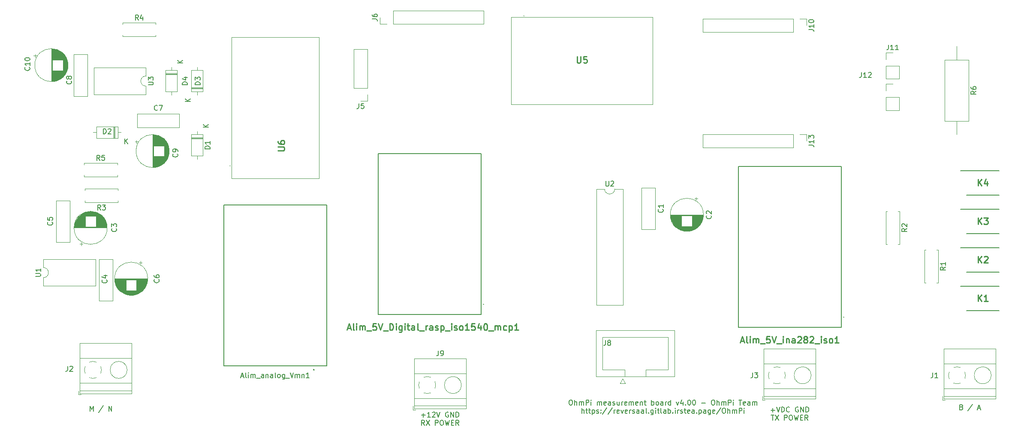
<source format=gbr>
%TF.GenerationSoftware,KiCad,Pcbnew,(6.0.5)*%
%TF.CreationDate,2022-08-03T21:49:30+02:00*%
%TF.ProjectId,VMN,564d4e2e-6b69-4636-9164-5f7063625858,rev?*%
%TF.SameCoordinates,Original*%
%TF.FileFunction,Legend,Top*%
%TF.FilePolarity,Positive*%
%FSLAX46Y46*%
G04 Gerber Fmt 4.6, Leading zero omitted, Abs format (unit mm)*
G04 Created by KiCad (PCBNEW (6.0.5)) date 2022-08-03 21:49:30*
%MOMM*%
%LPD*%
G01*
G04 APERTURE LIST*
%ADD10C,0.150000*%
%ADD11C,0.254000*%
%ADD12C,0.120000*%
%ADD13C,0.100000*%
%ADD14C,0.200000*%
%ADD15C,0.127000*%
G04 APERTURE END LIST*
D10*
X189325714Y-126266428D02*
X190087619Y-126266428D01*
X189706666Y-126647380D02*
X189706666Y-125885476D01*
X190420952Y-125647380D02*
X190754285Y-126647380D01*
X191087619Y-125647380D01*
X191420952Y-126647380D02*
X191420952Y-125647380D01*
X191659047Y-125647380D01*
X191801904Y-125695000D01*
X191897142Y-125790238D01*
X191944761Y-125885476D01*
X191992380Y-126075952D01*
X191992380Y-126218809D01*
X191944761Y-126409285D01*
X191897142Y-126504523D01*
X191801904Y-126599761D01*
X191659047Y-126647380D01*
X191420952Y-126647380D01*
X192992380Y-126552142D02*
X192944761Y-126599761D01*
X192801904Y-126647380D01*
X192706666Y-126647380D01*
X192563809Y-126599761D01*
X192468571Y-126504523D01*
X192420952Y-126409285D01*
X192373333Y-126218809D01*
X192373333Y-126075952D01*
X192420952Y-125885476D01*
X192468571Y-125790238D01*
X192563809Y-125695000D01*
X192706666Y-125647380D01*
X192801904Y-125647380D01*
X192944761Y-125695000D01*
X192992380Y-125742619D01*
X194706666Y-125695000D02*
X194611428Y-125647380D01*
X194468571Y-125647380D01*
X194325714Y-125695000D01*
X194230476Y-125790238D01*
X194182857Y-125885476D01*
X194135238Y-126075952D01*
X194135238Y-126218809D01*
X194182857Y-126409285D01*
X194230476Y-126504523D01*
X194325714Y-126599761D01*
X194468571Y-126647380D01*
X194563809Y-126647380D01*
X194706666Y-126599761D01*
X194754285Y-126552142D01*
X194754285Y-126218809D01*
X194563809Y-126218809D01*
X195182857Y-126647380D02*
X195182857Y-125647380D01*
X195754285Y-126647380D01*
X195754285Y-125647380D01*
X196230476Y-126647380D02*
X196230476Y-125647380D01*
X196468571Y-125647380D01*
X196611428Y-125695000D01*
X196706666Y-125790238D01*
X196754285Y-125885476D01*
X196801904Y-126075952D01*
X196801904Y-126218809D01*
X196754285Y-126409285D01*
X196706666Y-126504523D01*
X196611428Y-126599761D01*
X196468571Y-126647380D01*
X196230476Y-126647380D01*
X189349523Y-127257380D02*
X189920952Y-127257380D01*
X189635238Y-128257380D02*
X189635238Y-127257380D01*
X190159047Y-127257380D02*
X190825714Y-128257380D01*
X190825714Y-127257380D02*
X190159047Y-128257380D01*
X191968571Y-128257380D02*
X191968571Y-127257380D01*
X192349523Y-127257380D01*
X192444761Y-127305000D01*
X192492380Y-127352619D01*
X192540000Y-127447857D01*
X192540000Y-127590714D01*
X192492380Y-127685952D01*
X192444761Y-127733571D01*
X192349523Y-127781190D01*
X191968571Y-127781190D01*
X193159047Y-127257380D02*
X193349523Y-127257380D01*
X193444761Y-127305000D01*
X193540000Y-127400238D01*
X193587619Y-127590714D01*
X193587619Y-127924047D01*
X193540000Y-128114523D01*
X193444761Y-128209761D01*
X193349523Y-128257380D01*
X193159047Y-128257380D01*
X193063809Y-128209761D01*
X192968571Y-128114523D01*
X192920952Y-127924047D01*
X192920952Y-127590714D01*
X192968571Y-127400238D01*
X193063809Y-127305000D01*
X193159047Y-127257380D01*
X193920952Y-127257380D02*
X194159047Y-128257380D01*
X194349523Y-127543095D01*
X194540000Y-128257380D01*
X194778095Y-127257380D01*
X195159047Y-127733571D02*
X195492380Y-127733571D01*
X195635238Y-128257380D02*
X195159047Y-128257380D01*
X195159047Y-127257380D01*
X195635238Y-127257380D01*
X196635238Y-128257380D02*
X196301904Y-127781190D01*
X196063809Y-128257380D02*
X196063809Y-127257380D01*
X196444761Y-127257380D01*
X196540000Y-127305000D01*
X196587619Y-127352619D01*
X196635238Y-127447857D01*
X196635238Y-127590714D01*
X196587619Y-127685952D01*
X196540000Y-127733571D01*
X196444761Y-127781190D01*
X196063809Y-127781190D01*
X54857142Y-126452380D02*
X54857142Y-125452380D01*
X55190476Y-126166666D01*
X55523809Y-125452380D01*
X55523809Y-126452380D01*
X57476190Y-125404761D02*
X56619047Y-126690476D01*
X58571428Y-126452380D02*
X58571428Y-125452380D01*
X59142857Y-126452380D01*
X59142857Y-125452380D01*
X149711476Y-124250380D02*
X149901952Y-124250380D01*
X149997190Y-124298000D01*
X150092428Y-124393238D01*
X150140047Y-124583714D01*
X150140047Y-124917047D01*
X150092428Y-125107523D01*
X149997190Y-125202761D01*
X149901952Y-125250380D01*
X149711476Y-125250380D01*
X149616238Y-125202761D01*
X149521000Y-125107523D01*
X149473380Y-124917047D01*
X149473380Y-124583714D01*
X149521000Y-124393238D01*
X149616238Y-124298000D01*
X149711476Y-124250380D01*
X150568619Y-125250380D02*
X150568619Y-124250380D01*
X150997190Y-125250380D02*
X150997190Y-124726571D01*
X150949571Y-124631333D01*
X150854333Y-124583714D01*
X150711476Y-124583714D01*
X150616238Y-124631333D01*
X150568619Y-124678952D01*
X151473380Y-125250380D02*
X151473380Y-124583714D01*
X151473380Y-124678952D02*
X151521000Y-124631333D01*
X151616238Y-124583714D01*
X151759095Y-124583714D01*
X151854333Y-124631333D01*
X151901952Y-124726571D01*
X151901952Y-125250380D01*
X151901952Y-124726571D02*
X151949571Y-124631333D01*
X152044809Y-124583714D01*
X152187666Y-124583714D01*
X152282904Y-124631333D01*
X152330523Y-124726571D01*
X152330523Y-125250380D01*
X152806714Y-125250380D02*
X152806714Y-124250380D01*
X153187666Y-124250380D01*
X153282904Y-124298000D01*
X153330523Y-124345619D01*
X153378142Y-124440857D01*
X153378142Y-124583714D01*
X153330523Y-124678952D01*
X153282904Y-124726571D01*
X153187666Y-124774190D01*
X152806714Y-124774190D01*
X153806714Y-125250380D02*
X153806714Y-124583714D01*
X153806714Y-124250380D02*
X153759095Y-124298000D01*
X153806714Y-124345619D01*
X153854333Y-124298000D01*
X153806714Y-124250380D01*
X153806714Y-124345619D01*
X155044809Y-125250380D02*
X155044809Y-124583714D01*
X155044809Y-124678952D02*
X155092428Y-124631333D01*
X155187666Y-124583714D01*
X155330523Y-124583714D01*
X155425761Y-124631333D01*
X155473380Y-124726571D01*
X155473380Y-125250380D01*
X155473380Y-124726571D02*
X155521000Y-124631333D01*
X155616238Y-124583714D01*
X155759095Y-124583714D01*
X155854333Y-124631333D01*
X155901952Y-124726571D01*
X155901952Y-125250380D01*
X156759095Y-125202761D02*
X156663857Y-125250380D01*
X156473380Y-125250380D01*
X156378142Y-125202761D01*
X156330523Y-125107523D01*
X156330523Y-124726571D01*
X156378142Y-124631333D01*
X156473380Y-124583714D01*
X156663857Y-124583714D01*
X156759095Y-124631333D01*
X156806714Y-124726571D01*
X156806714Y-124821809D01*
X156330523Y-124917047D01*
X157663857Y-125250380D02*
X157663857Y-124726571D01*
X157616238Y-124631333D01*
X157521000Y-124583714D01*
X157330523Y-124583714D01*
X157235285Y-124631333D01*
X157663857Y-125202761D02*
X157568619Y-125250380D01*
X157330523Y-125250380D01*
X157235285Y-125202761D01*
X157187666Y-125107523D01*
X157187666Y-125012285D01*
X157235285Y-124917047D01*
X157330523Y-124869428D01*
X157568619Y-124869428D01*
X157663857Y-124821809D01*
X158092428Y-125202761D02*
X158187666Y-125250380D01*
X158378142Y-125250380D01*
X158473380Y-125202761D01*
X158521000Y-125107523D01*
X158521000Y-125059904D01*
X158473380Y-124964666D01*
X158378142Y-124917047D01*
X158235285Y-124917047D01*
X158140047Y-124869428D01*
X158092428Y-124774190D01*
X158092428Y-124726571D01*
X158140047Y-124631333D01*
X158235285Y-124583714D01*
X158378142Y-124583714D01*
X158473380Y-124631333D01*
X159378142Y-124583714D02*
X159378142Y-125250380D01*
X158949571Y-124583714D02*
X158949571Y-125107523D01*
X158997190Y-125202761D01*
X159092428Y-125250380D01*
X159235285Y-125250380D01*
X159330523Y-125202761D01*
X159378142Y-125155142D01*
X159854333Y-125250380D02*
X159854333Y-124583714D01*
X159854333Y-124774190D02*
X159901952Y-124678952D01*
X159949571Y-124631333D01*
X160044809Y-124583714D01*
X160140047Y-124583714D01*
X160854333Y-125202761D02*
X160759095Y-125250380D01*
X160568619Y-125250380D01*
X160473380Y-125202761D01*
X160425761Y-125107523D01*
X160425761Y-124726571D01*
X160473380Y-124631333D01*
X160568619Y-124583714D01*
X160759095Y-124583714D01*
X160854333Y-124631333D01*
X160901952Y-124726571D01*
X160901952Y-124821809D01*
X160425761Y-124917047D01*
X161330523Y-125250380D02*
X161330523Y-124583714D01*
X161330523Y-124678952D02*
X161378142Y-124631333D01*
X161473380Y-124583714D01*
X161616238Y-124583714D01*
X161711476Y-124631333D01*
X161759095Y-124726571D01*
X161759095Y-125250380D01*
X161759095Y-124726571D02*
X161806714Y-124631333D01*
X161901952Y-124583714D01*
X162044809Y-124583714D01*
X162140047Y-124631333D01*
X162187666Y-124726571D01*
X162187666Y-125250380D01*
X163044809Y-125202761D02*
X162949571Y-125250380D01*
X162759095Y-125250380D01*
X162663857Y-125202761D01*
X162616238Y-125107523D01*
X162616238Y-124726571D01*
X162663857Y-124631333D01*
X162759095Y-124583714D01*
X162949571Y-124583714D01*
X163044809Y-124631333D01*
X163092428Y-124726571D01*
X163092428Y-124821809D01*
X162616238Y-124917047D01*
X163521000Y-124583714D02*
X163521000Y-125250380D01*
X163521000Y-124678952D02*
X163568619Y-124631333D01*
X163663857Y-124583714D01*
X163806714Y-124583714D01*
X163901952Y-124631333D01*
X163949571Y-124726571D01*
X163949571Y-125250380D01*
X164282904Y-124583714D02*
X164663857Y-124583714D01*
X164425761Y-124250380D02*
X164425761Y-125107523D01*
X164473380Y-125202761D01*
X164568619Y-125250380D01*
X164663857Y-125250380D01*
X165759095Y-125250380D02*
X165759095Y-124250380D01*
X165759095Y-124631333D02*
X165854333Y-124583714D01*
X166044809Y-124583714D01*
X166140047Y-124631333D01*
X166187666Y-124678952D01*
X166235285Y-124774190D01*
X166235285Y-125059904D01*
X166187666Y-125155142D01*
X166140047Y-125202761D01*
X166044809Y-125250380D01*
X165854333Y-125250380D01*
X165759095Y-125202761D01*
X166806714Y-125250380D02*
X166711476Y-125202761D01*
X166663857Y-125155142D01*
X166616238Y-125059904D01*
X166616238Y-124774190D01*
X166663857Y-124678952D01*
X166711476Y-124631333D01*
X166806714Y-124583714D01*
X166949571Y-124583714D01*
X167044809Y-124631333D01*
X167092428Y-124678952D01*
X167140047Y-124774190D01*
X167140047Y-125059904D01*
X167092428Y-125155142D01*
X167044809Y-125202761D01*
X166949571Y-125250380D01*
X166806714Y-125250380D01*
X167997190Y-125250380D02*
X167997190Y-124726571D01*
X167949571Y-124631333D01*
X167854333Y-124583714D01*
X167663857Y-124583714D01*
X167568619Y-124631333D01*
X167997190Y-125202761D02*
X167901952Y-125250380D01*
X167663857Y-125250380D01*
X167568619Y-125202761D01*
X167521000Y-125107523D01*
X167521000Y-125012285D01*
X167568619Y-124917047D01*
X167663857Y-124869428D01*
X167901952Y-124869428D01*
X167997190Y-124821809D01*
X168473380Y-125250380D02*
X168473380Y-124583714D01*
X168473380Y-124774190D02*
X168521000Y-124678952D01*
X168568619Y-124631333D01*
X168663857Y-124583714D01*
X168759095Y-124583714D01*
X169521000Y-125250380D02*
X169521000Y-124250380D01*
X169521000Y-125202761D02*
X169425761Y-125250380D01*
X169235285Y-125250380D01*
X169140047Y-125202761D01*
X169092428Y-125155142D01*
X169044809Y-125059904D01*
X169044809Y-124774190D01*
X169092428Y-124678952D01*
X169140047Y-124631333D01*
X169235285Y-124583714D01*
X169425761Y-124583714D01*
X169521000Y-124631333D01*
X170663857Y-124583714D02*
X170901952Y-125250380D01*
X171140047Y-124583714D01*
X171949571Y-124583714D02*
X171949571Y-125250380D01*
X171711476Y-124202761D02*
X171473380Y-124917047D01*
X172092428Y-124917047D01*
X172473380Y-125155142D02*
X172521000Y-125202761D01*
X172473380Y-125250380D01*
X172425761Y-125202761D01*
X172473380Y-125155142D01*
X172473380Y-125250380D01*
X173140047Y-124250380D02*
X173235285Y-124250380D01*
X173330523Y-124298000D01*
X173378142Y-124345619D01*
X173425761Y-124440857D01*
X173473380Y-124631333D01*
X173473380Y-124869428D01*
X173425761Y-125059904D01*
X173378142Y-125155142D01*
X173330523Y-125202761D01*
X173235285Y-125250380D01*
X173140047Y-125250380D01*
X173044809Y-125202761D01*
X172997190Y-125155142D01*
X172949571Y-125059904D01*
X172901952Y-124869428D01*
X172901952Y-124631333D01*
X172949571Y-124440857D01*
X172997190Y-124345619D01*
X173044809Y-124298000D01*
X173140047Y-124250380D01*
X174092428Y-124250380D02*
X174187666Y-124250380D01*
X174282904Y-124298000D01*
X174330523Y-124345619D01*
X174378142Y-124440857D01*
X174425761Y-124631333D01*
X174425761Y-124869428D01*
X174378142Y-125059904D01*
X174330523Y-125155142D01*
X174282904Y-125202761D01*
X174187666Y-125250380D01*
X174092428Y-125250380D01*
X173997190Y-125202761D01*
X173949571Y-125155142D01*
X173901952Y-125059904D01*
X173854333Y-124869428D01*
X173854333Y-124631333D01*
X173901952Y-124440857D01*
X173949571Y-124345619D01*
X173997190Y-124298000D01*
X174092428Y-124250380D01*
X175616238Y-124869428D02*
X176378142Y-124869428D01*
X177806714Y-124250380D02*
X177997190Y-124250380D01*
X178092428Y-124298000D01*
X178187666Y-124393238D01*
X178235285Y-124583714D01*
X178235285Y-124917047D01*
X178187666Y-125107523D01*
X178092428Y-125202761D01*
X177997190Y-125250380D01*
X177806714Y-125250380D01*
X177711476Y-125202761D01*
X177616238Y-125107523D01*
X177568619Y-124917047D01*
X177568619Y-124583714D01*
X177616238Y-124393238D01*
X177711476Y-124298000D01*
X177806714Y-124250380D01*
X178663857Y-125250380D02*
X178663857Y-124250380D01*
X179092428Y-125250380D02*
X179092428Y-124726571D01*
X179044809Y-124631333D01*
X178949571Y-124583714D01*
X178806714Y-124583714D01*
X178711476Y-124631333D01*
X178663857Y-124678952D01*
X179568619Y-125250380D02*
X179568619Y-124583714D01*
X179568619Y-124678952D02*
X179616238Y-124631333D01*
X179711476Y-124583714D01*
X179854333Y-124583714D01*
X179949571Y-124631333D01*
X179997190Y-124726571D01*
X179997190Y-125250380D01*
X179997190Y-124726571D02*
X180044809Y-124631333D01*
X180140047Y-124583714D01*
X180282904Y-124583714D01*
X180378142Y-124631333D01*
X180425761Y-124726571D01*
X180425761Y-125250380D01*
X180901952Y-125250380D02*
X180901952Y-124250380D01*
X181282904Y-124250380D01*
X181378142Y-124298000D01*
X181425761Y-124345619D01*
X181473380Y-124440857D01*
X181473380Y-124583714D01*
X181425761Y-124678952D01*
X181378142Y-124726571D01*
X181282904Y-124774190D01*
X180901952Y-124774190D01*
X181901952Y-125250380D02*
X181901952Y-124583714D01*
X181901952Y-124250380D02*
X181854333Y-124298000D01*
X181901952Y-124345619D01*
X181949571Y-124298000D01*
X181901952Y-124250380D01*
X181901952Y-124345619D01*
X182997190Y-124250380D02*
X183568619Y-124250380D01*
X183282904Y-125250380D02*
X183282904Y-124250380D01*
X184282904Y-125202761D02*
X184187666Y-125250380D01*
X183997190Y-125250380D01*
X183901952Y-125202761D01*
X183854333Y-125107523D01*
X183854333Y-124726571D01*
X183901952Y-124631333D01*
X183997190Y-124583714D01*
X184187666Y-124583714D01*
X184282904Y-124631333D01*
X184330523Y-124726571D01*
X184330523Y-124821809D01*
X183854333Y-124917047D01*
X185187666Y-125250380D02*
X185187666Y-124726571D01*
X185140047Y-124631333D01*
X185044809Y-124583714D01*
X184854333Y-124583714D01*
X184759095Y-124631333D01*
X185187666Y-125202761D02*
X185092428Y-125250380D01*
X184854333Y-125250380D01*
X184759095Y-125202761D01*
X184711476Y-125107523D01*
X184711476Y-125012285D01*
X184759095Y-124917047D01*
X184854333Y-124869428D01*
X185092428Y-124869428D01*
X185187666Y-124821809D01*
X185663857Y-125250380D02*
X185663857Y-124583714D01*
X185663857Y-124678952D02*
X185711476Y-124631333D01*
X185806714Y-124583714D01*
X185949571Y-124583714D01*
X186044809Y-124631333D01*
X186092428Y-124726571D01*
X186092428Y-125250380D01*
X186092428Y-124726571D02*
X186140047Y-124631333D01*
X186235285Y-124583714D01*
X186378142Y-124583714D01*
X186473380Y-124631333D01*
X186521000Y-124726571D01*
X186521000Y-125250380D01*
X151997190Y-126860380D02*
X151997190Y-125860380D01*
X152425761Y-126860380D02*
X152425761Y-126336571D01*
X152378142Y-126241333D01*
X152282904Y-126193714D01*
X152140047Y-126193714D01*
X152044809Y-126241333D01*
X151997190Y-126288952D01*
X152759095Y-126193714D02*
X153140047Y-126193714D01*
X152901952Y-125860380D02*
X152901952Y-126717523D01*
X152949571Y-126812761D01*
X153044809Y-126860380D01*
X153140047Y-126860380D01*
X153330523Y-126193714D02*
X153711476Y-126193714D01*
X153473380Y-125860380D02*
X153473380Y-126717523D01*
X153521000Y-126812761D01*
X153616238Y-126860380D01*
X153711476Y-126860380D01*
X154044809Y-126193714D02*
X154044809Y-127193714D01*
X154044809Y-126241333D02*
X154140047Y-126193714D01*
X154330523Y-126193714D01*
X154425761Y-126241333D01*
X154473380Y-126288952D01*
X154521000Y-126384190D01*
X154521000Y-126669904D01*
X154473380Y-126765142D01*
X154425761Y-126812761D01*
X154330523Y-126860380D01*
X154140047Y-126860380D01*
X154044809Y-126812761D01*
X154901952Y-126812761D02*
X154997190Y-126860380D01*
X155187666Y-126860380D01*
X155282904Y-126812761D01*
X155330523Y-126717523D01*
X155330523Y-126669904D01*
X155282904Y-126574666D01*
X155187666Y-126527047D01*
X155044809Y-126527047D01*
X154949571Y-126479428D01*
X154901952Y-126384190D01*
X154901952Y-126336571D01*
X154949571Y-126241333D01*
X155044809Y-126193714D01*
X155187666Y-126193714D01*
X155282904Y-126241333D01*
X155759095Y-126765142D02*
X155806714Y-126812761D01*
X155759095Y-126860380D01*
X155711476Y-126812761D01*
X155759095Y-126765142D01*
X155759095Y-126860380D01*
X155759095Y-126241333D02*
X155806714Y-126288952D01*
X155759095Y-126336571D01*
X155711476Y-126288952D01*
X155759095Y-126241333D01*
X155759095Y-126336571D01*
X156949571Y-125812761D02*
X156092428Y-127098476D01*
X157997190Y-125812761D02*
X157140047Y-127098476D01*
X158330523Y-126860380D02*
X158330523Y-126193714D01*
X158330523Y-126384190D02*
X158378142Y-126288952D01*
X158425761Y-126241333D01*
X158521000Y-126193714D01*
X158616238Y-126193714D01*
X159330523Y-126812761D02*
X159235285Y-126860380D01*
X159044809Y-126860380D01*
X158949571Y-126812761D01*
X158901952Y-126717523D01*
X158901952Y-126336571D01*
X158949571Y-126241333D01*
X159044809Y-126193714D01*
X159235285Y-126193714D01*
X159330523Y-126241333D01*
X159378142Y-126336571D01*
X159378142Y-126431809D01*
X158901952Y-126527047D01*
X159711476Y-126193714D02*
X159949571Y-126860380D01*
X160187666Y-126193714D01*
X160949571Y-126812761D02*
X160854333Y-126860380D01*
X160663857Y-126860380D01*
X160568619Y-126812761D01*
X160521000Y-126717523D01*
X160521000Y-126336571D01*
X160568619Y-126241333D01*
X160663857Y-126193714D01*
X160854333Y-126193714D01*
X160949571Y-126241333D01*
X160997190Y-126336571D01*
X160997190Y-126431809D01*
X160521000Y-126527047D01*
X161425761Y-126860380D02*
X161425761Y-126193714D01*
X161425761Y-126384190D02*
X161473380Y-126288952D01*
X161521000Y-126241333D01*
X161616238Y-126193714D01*
X161711476Y-126193714D01*
X161997190Y-126812761D02*
X162092428Y-126860380D01*
X162282904Y-126860380D01*
X162378142Y-126812761D01*
X162425761Y-126717523D01*
X162425761Y-126669904D01*
X162378142Y-126574666D01*
X162282904Y-126527047D01*
X162140047Y-126527047D01*
X162044809Y-126479428D01*
X161997190Y-126384190D01*
X161997190Y-126336571D01*
X162044809Y-126241333D01*
X162140047Y-126193714D01*
X162282904Y-126193714D01*
X162378142Y-126241333D01*
X163282904Y-126860380D02*
X163282904Y-126336571D01*
X163235285Y-126241333D01*
X163140047Y-126193714D01*
X162949571Y-126193714D01*
X162854333Y-126241333D01*
X163282904Y-126812761D02*
X163187666Y-126860380D01*
X162949571Y-126860380D01*
X162854333Y-126812761D01*
X162806714Y-126717523D01*
X162806714Y-126622285D01*
X162854333Y-126527047D01*
X162949571Y-126479428D01*
X163187666Y-126479428D01*
X163282904Y-126431809D01*
X164187666Y-126860380D02*
X164187666Y-126336571D01*
X164140047Y-126241333D01*
X164044809Y-126193714D01*
X163854333Y-126193714D01*
X163759095Y-126241333D01*
X164187666Y-126812761D02*
X164092428Y-126860380D01*
X163854333Y-126860380D01*
X163759095Y-126812761D01*
X163711476Y-126717523D01*
X163711476Y-126622285D01*
X163759095Y-126527047D01*
X163854333Y-126479428D01*
X164092428Y-126479428D01*
X164187666Y-126431809D01*
X164806714Y-126860380D02*
X164711476Y-126812761D01*
X164663857Y-126717523D01*
X164663857Y-125860380D01*
X165187666Y-126765142D02*
X165235285Y-126812761D01*
X165187666Y-126860380D01*
X165140047Y-126812761D01*
X165187666Y-126765142D01*
X165187666Y-126860380D01*
X166092428Y-126193714D02*
X166092428Y-127003238D01*
X166044809Y-127098476D01*
X165997190Y-127146095D01*
X165901952Y-127193714D01*
X165759095Y-127193714D01*
X165663857Y-127146095D01*
X166092428Y-126812761D02*
X165997190Y-126860380D01*
X165806714Y-126860380D01*
X165711476Y-126812761D01*
X165663857Y-126765142D01*
X165616238Y-126669904D01*
X165616238Y-126384190D01*
X165663857Y-126288952D01*
X165711476Y-126241333D01*
X165806714Y-126193714D01*
X165997190Y-126193714D01*
X166092428Y-126241333D01*
X166568619Y-126860380D02*
X166568619Y-126193714D01*
X166568619Y-125860380D02*
X166521000Y-125908000D01*
X166568619Y-125955619D01*
X166616238Y-125908000D01*
X166568619Y-125860380D01*
X166568619Y-125955619D01*
X166901952Y-126193714D02*
X167282904Y-126193714D01*
X167044809Y-125860380D02*
X167044809Y-126717523D01*
X167092428Y-126812761D01*
X167187666Y-126860380D01*
X167282904Y-126860380D01*
X167759095Y-126860380D02*
X167663857Y-126812761D01*
X167616238Y-126717523D01*
X167616238Y-125860380D01*
X168568619Y-126860380D02*
X168568619Y-126336571D01*
X168521000Y-126241333D01*
X168425761Y-126193714D01*
X168235285Y-126193714D01*
X168140047Y-126241333D01*
X168568619Y-126812761D02*
X168473380Y-126860380D01*
X168235285Y-126860380D01*
X168140047Y-126812761D01*
X168092428Y-126717523D01*
X168092428Y-126622285D01*
X168140047Y-126527047D01*
X168235285Y-126479428D01*
X168473380Y-126479428D01*
X168568619Y-126431809D01*
X169044809Y-126860380D02*
X169044809Y-125860380D01*
X169044809Y-126241333D02*
X169140047Y-126193714D01*
X169330523Y-126193714D01*
X169425761Y-126241333D01*
X169473380Y-126288952D01*
X169520999Y-126384190D01*
X169520999Y-126669904D01*
X169473380Y-126765142D01*
X169425761Y-126812761D01*
X169330523Y-126860380D01*
X169140047Y-126860380D01*
X169044809Y-126812761D01*
X169949571Y-126765142D02*
X169997190Y-126812761D01*
X169949571Y-126860380D01*
X169901952Y-126812761D01*
X169949571Y-126765142D01*
X169949571Y-126860380D01*
X170425761Y-126860380D02*
X170425761Y-126193714D01*
X170425761Y-125860380D02*
X170378142Y-125908000D01*
X170425761Y-125955619D01*
X170473380Y-125908000D01*
X170425761Y-125860380D01*
X170425761Y-125955619D01*
X170901952Y-126860380D02*
X170901952Y-126193714D01*
X170901952Y-126384190D02*
X170949571Y-126288952D01*
X170997190Y-126241333D01*
X171092428Y-126193714D01*
X171187666Y-126193714D01*
X171473380Y-126812761D02*
X171568619Y-126860380D01*
X171759095Y-126860380D01*
X171854333Y-126812761D01*
X171901952Y-126717523D01*
X171901952Y-126669904D01*
X171854333Y-126574666D01*
X171759095Y-126527047D01*
X171616238Y-126527047D01*
X171521000Y-126479428D01*
X171473380Y-126384190D01*
X171473380Y-126336571D01*
X171521000Y-126241333D01*
X171616238Y-126193714D01*
X171759095Y-126193714D01*
X171854333Y-126241333D01*
X172187666Y-126193714D02*
X172568619Y-126193714D01*
X172330523Y-125860380D02*
X172330523Y-126717523D01*
X172378142Y-126812761D01*
X172473380Y-126860380D01*
X172568619Y-126860380D01*
X173282904Y-126812761D02*
X173187666Y-126860380D01*
X172997190Y-126860380D01*
X172901952Y-126812761D01*
X172854333Y-126717523D01*
X172854333Y-126336571D01*
X172901952Y-126241333D01*
X172997190Y-126193714D01*
X173187666Y-126193714D01*
X173282904Y-126241333D01*
X173330523Y-126336571D01*
X173330523Y-126431809D01*
X172854333Y-126527047D01*
X174187666Y-126860380D02*
X174187666Y-126336571D01*
X174140047Y-126241333D01*
X174044809Y-126193714D01*
X173854333Y-126193714D01*
X173759095Y-126241333D01*
X174187666Y-126812761D02*
X174092428Y-126860380D01*
X173854333Y-126860380D01*
X173759095Y-126812761D01*
X173711476Y-126717523D01*
X173711476Y-126622285D01*
X173759095Y-126527047D01*
X173854333Y-126479428D01*
X174092428Y-126479428D01*
X174187666Y-126431809D01*
X174663857Y-126765142D02*
X174711476Y-126812761D01*
X174663857Y-126860380D01*
X174616238Y-126812761D01*
X174663857Y-126765142D01*
X174663857Y-126860380D01*
X175140047Y-126193714D02*
X175140047Y-127193714D01*
X175140047Y-126241333D02*
X175235285Y-126193714D01*
X175425761Y-126193714D01*
X175521000Y-126241333D01*
X175568619Y-126288952D01*
X175616238Y-126384190D01*
X175616238Y-126669904D01*
X175568619Y-126765142D01*
X175521000Y-126812761D01*
X175425761Y-126860380D01*
X175235285Y-126860380D01*
X175140047Y-126812761D01*
X176473380Y-126860380D02*
X176473380Y-126336571D01*
X176425761Y-126241333D01*
X176330523Y-126193714D01*
X176140047Y-126193714D01*
X176044809Y-126241333D01*
X176473380Y-126812761D02*
X176378142Y-126860380D01*
X176140047Y-126860380D01*
X176044809Y-126812761D01*
X175997190Y-126717523D01*
X175997190Y-126622285D01*
X176044809Y-126527047D01*
X176140047Y-126479428D01*
X176378142Y-126479428D01*
X176473380Y-126431809D01*
X177378142Y-126193714D02*
X177378142Y-127003238D01*
X177330523Y-127098476D01*
X177282904Y-127146095D01*
X177187666Y-127193714D01*
X177044809Y-127193714D01*
X176949571Y-127146095D01*
X177378142Y-126812761D02*
X177282904Y-126860380D01*
X177092428Y-126860380D01*
X176997190Y-126812761D01*
X176949571Y-126765142D01*
X176901952Y-126669904D01*
X176901952Y-126384190D01*
X176949571Y-126288952D01*
X176997190Y-126241333D01*
X177092428Y-126193714D01*
X177282904Y-126193714D01*
X177378142Y-126241333D01*
X178235285Y-126812761D02*
X178140047Y-126860380D01*
X177949571Y-126860380D01*
X177854333Y-126812761D01*
X177806714Y-126717523D01*
X177806714Y-126336571D01*
X177854333Y-126241333D01*
X177949571Y-126193714D01*
X178140047Y-126193714D01*
X178235285Y-126241333D01*
X178282904Y-126336571D01*
X178282904Y-126431809D01*
X177806714Y-126527047D01*
X179425761Y-125812761D02*
X178568619Y-127098476D01*
X179949571Y-125860380D02*
X180140047Y-125860380D01*
X180235285Y-125908000D01*
X180330523Y-126003238D01*
X180378142Y-126193714D01*
X180378142Y-126527047D01*
X180330523Y-126717523D01*
X180235285Y-126812761D01*
X180140047Y-126860380D01*
X179949571Y-126860380D01*
X179854333Y-126812761D01*
X179759095Y-126717523D01*
X179711476Y-126527047D01*
X179711476Y-126193714D01*
X179759095Y-126003238D01*
X179854333Y-125908000D01*
X179949571Y-125860380D01*
X180806714Y-126860380D02*
X180806714Y-125860380D01*
X181235285Y-126860380D02*
X181235285Y-126336571D01*
X181187666Y-126241333D01*
X181092428Y-126193714D01*
X180949571Y-126193714D01*
X180854333Y-126241333D01*
X180806714Y-126288952D01*
X181711476Y-126860380D02*
X181711476Y-126193714D01*
X181711476Y-126288952D02*
X181759095Y-126241333D01*
X181854333Y-126193714D01*
X181997190Y-126193714D01*
X182092428Y-126241333D01*
X182140047Y-126336571D01*
X182140047Y-126860380D01*
X182140047Y-126336571D02*
X182187666Y-126241333D01*
X182282904Y-126193714D01*
X182425761Y-126193714D01*
X182520999Y-126241333D01*
X182568619Y-126336571D01*
X182568619Y-126860380D01*
X183044809Y-126860380D02*
X183044809Y-125860380D01*
X183425761Y-125860380D01*
X183520999Y-125908000D01*
X183568619Y-125955619D01*
X183616238Y-126050857D01*
X183616238Y-126193714D01*
X183568619Y-126288952D01*
X183520999Y-126336571D01*
X183425761Y-126384190D01*
X183044809Y-126384190D01*
X184044809Y-126860380D02*
X184044809Y-126193714D01*
X184044809Y-125860380D02*
X183997190Y-125908000D01*
X184044809Y-125955619D01*
X184092428Y-125908000D01*
X184044809Y-125860380D01*
X184044809Y-125955619D01*
X226957142Y-125658571D02*
X227100000Y-125706190D01*
X227147619Y-125753809D01*
X227195238Y-125849047D01*
X227195238Y-125991904D01*
X227147619Y-126087142D01*
X227100000Y-126134761D01*
X227004761Y-126182380D01*
X226623809Y-126182380D01*
X226623809Y-125182380D01*
X226957142Y-125182380D01*
X227052380Y-125230000D01*
X227100000Y-125277619D01*
X227147619Y-125372857D01*
X227147619Y-125468095D01*
X227100000Y-125563333D01*
X227052380Y-125610952D01*
X226957142Y-125658571D01*
X226623809Y-125658571D01*
X229100000Y-125134761D02*
X228242857Y-126420476D01*
X230147619Y-125896666D02*
X230623809Y-125896666D01*
X230052380Y-126182380D02*
X230385714Y-125182380D01*
X230719047Y-126182380D01*
X120333333Y-127266428D02*
X121095238Y-127266428D01*
X120714285Y-127647380D02*
X120714285Y-126885476D01*
X122095238Y-127647380D02*
X121523809Y-127647380D01*
X121809523Y-127647380D02*
X121809523Y-126647380D01*
X121714285Y-126790238D01*
X121619047Y-126885476D01*
X121523809Y-126933095D01*
X122476190Y-126742619D02*
X122523809Y-126695000D01*
X122619047Y-126647380D01*
X122857142Y-126647380D01*
X122952380Y-126695000D01*
X123000000Y-126742619D01*
X123047619Y-126837857D01*
X123047619Y-126933095D01*
X123000000Y-127075952D01*
X122428571Y-127647380D01*
X123047619Y-127647380D01*
X123333333Y-126647380D02*
X123666666Y-127647380D01*
X124000000Y-126647380D01*
X125619047Y-126695000D02*
X125523809Y-126647380D01*
X125380952Y-126647380D01*
X125238095Y-126695000D01*
X125142857Y-126790238D01*
X125095238Y-126885476D01*
X125047619Y-127075952D01*
X125047619Y-127218809D01*
X125095238Y-127409285D01*
X125142857Y-127504523D01*
X125238095Y-127599761D01*
X125380952Y-127647380D01*
X125476190Y-127647380D01*
X125619047Y-127599761D01*
X125666666Y-127552142D01*
X125666666Y-127218809D01*
X125476190Y-127218809D01*
X126095238Y-127647380D02*
X126095238Y-126647380D01*
X126666666Y-127647380D01*
X126666666Y-126647380D01*
X127142857Y-127647380D02*
X127142857Y-126647380D01*
X127380952Y-126647380D01*
X127523809Y-126695000D01*
X127619047Y-126790238D01*
X127666666Y-126885476D01*
X127714285Y-127075952D01*
X127714285Y-127218809D01*
X127666666Y-127409285D01*
X127619047Y-127504523D01*
X127523809Y-127599761D01*
X127380952Y-127647380D01*
X127142857Y-127647380D01*
X120904761Y-129257380D02*
X120571428Y-128781190D01*
X120333333Y-129257380D02*
X120333333Y-128257380D01*
X120714285Y-128257380D01*
X120809523Y-128305000D01*
X120857142Y-128352619D01*
X120904761Y-128447857D01*
X120904761Y-128590714D01*
X120857142Y-128685952D01*
X120809523Y-128733571D01*
X120714285Y-128781190D01*
X120333333Y-128781190D01*
X121238095Y-128257380D02*
X121904761Y-129257380D01*
X121904761Y-128257380D02*
X121238095Y-129257380D01*
X123047619Y-129257380D02*
X123047619Y-128257380D01*
X123428571Y-128257380D01*
X123523809Y-128305000D01*
X123571428Y-128352619D01*
X123619047Y-128447857D01*
X123619047Y-128590714D01*
X123571428Y-128685952D01*
X123523809Y-128733571D01*
X123428571Y-128781190D01*
X123047619Y-128781190D01*
X124238095Y-128257380D02*
X124428571Y-128257380D01*
X124523809Y-128305000D01*
X124619047Y-128400238D01*
X124666666Y-128590714D01*
X124666666Y-128924047D01*
X124619047Y-129114523D01*
X124523809Y-129209761D01*
X124428571Y-129257380D01*
X124238095Y-129257380D01*
X124142857Y-129209761D01*
X124047619Y-129114523D01*
X124000000Y-128924047D01*
X124000000Y-128590714D01*
X124047619Y-128400238D01*
X124142857Y-128305000D01*
X124238095Y-128257380D01*
X125000000Y-128257380D02*
X125238095Y-129257380D01*
X125428571Y-128543095D01*
X125619047Y-129257380D01*
X125857142Y-128257380D01*
X126238095Y-128733571D02*
X126571428Y-128733571D01*
X126714285Y-129257380D02*
X126238095Y-129257380D01*
X126238095Y-128257380D01*
X126714285Y-128257380D01*
X127714285Y-129257380D02*
X127380952Y-128781190D01*
X127142857Y-129257380D02*
X127142857Y-128257380D01*
X127523809Y-128257380D01*
X127619047Y-128305000D01*
X127666666Y-128352619D01*
X127714285Y-128447857D01*
X127714285Y-128590714D01*
X127666666Y-128685952D01*
X127619047Y-128733571D01*
X127523809Y-128781190D01*
X127142857Y-128781190D01*
%TO.C,J11*%
X212540476Y-53972380D02*
X212540476Y-54686666D01*
X212492857Y-54829523D01*
X212397619Y-54924761D01*
X212254761Y-54972380D01*
X212159523Y-54972380D01*
X213540476Y-54972380D02*
X212969047Y-54972380D01*
X213254761Y-54972380D02*
X213254761Y-53972380D01*
X213159523Y-54115238D01*
X213064285Y-54210476D01*
X212969047Y-54258095D01*
X214492857Y-54972380D02*
X213921428Y-54972380D01*
X214207142Y-54972380D02*
X214207142Y-53972380D01*
X214111904Y-54115238D01*
X214016666Y-54210476D01*
X213921428Y-54258095D01*
%TO.C,J12*%
X207190476Y-59452380D02*
X207190476Y-60166666D01*
X207142857Y-60309523D01*
X207047619Y-60404761D01*
X206904761Y-60452380D01*
X206809523Y-60452380D01*
X208190476Y-60452380D02*
X207619047Y-60452380D01*
X207904761Y-60452380D02*
X207904761Y-59452380D01*
X207809523Y-59595238D01*
X207714285Y-59690476D01*
X207619047Y-59738095D01*
X208571428Y-59547619D02*
X208619047Y-59500000D01*
X208714285Y-59452380D01*
X208952380Y-59452380D01*
X209047619Y-59500000D01*
X209095238Y-59547619D01*
X209142857Y-59642857D01*
X209142857Y-59738095D01*
X209095238Y-59880952D01*
X208523809Y-60452380D01*
X209142857Y-60452380D01*
%TO.C,J13*%
X196782380Y-73809523D02*
X197496666Y-73809523D01*
X197639523Y-73857142D01*
X197734761Y-73952380D01*
X197782380Y-74095238D01*
X197782380Y-74190476D01*
X197782380Y-72809523D02*
X197782380Y-73380952D01*
X197782380Y-73095238D02*
X196782380Y-73095238D01*
X196925238Y-73190476D01*
X197020476Y-73285714D01*
X197068095Y-73380952D01*
X196782380Y-72476190D02*
X196782380Y-71857142D01*
X197163333Y-72190476D01*
X197163333Y-72047619D01*
X197210952Y-71952380D01*
X197258571Y-71904761D01*
X197353809Y-71857142D01*
X197591904Y-71857142D01*
X197687142Y-71904761D01*
X197734761Y-71952380D01*
X197782380Y-72047619D01*
X197782380Y-72333333D01*
X197734761Y-72428571D01*
X197687142Y-72476190D01*
%TO.C,J10*%
X196782380Y-50949523D02*
X197496666Y-50949523D01*
X197639523Y-50997142D01*
X197734761Y-51092380D01*
X197782380Y-51235238D01*
X197782380Y-51330476D01*
X197782380Y-49949523D02*
X197782380Y-50520952D01*
X197782380Y-50235238D02*
X196782380Y-50235238D01*
X196925238Y-50330476D01*
X197020476Y-50425714D01*
X197068095Y-50520952D01*
X196782380Y-49330476D02*
X196782380Y-49235238D01*
X196830000Y-49140000D01*
X196877619Y-49092380D01*
X196972857Y-49044761D01*
X197163333Y-48997142D01*
X197401428Y-48997142D01*
X197591904Y-49044761D01*
X197687142Y-49092380D01*
X197734761Y-49140000D01*
X197782380Y-49235238D01*
X197782380Y-49330476D01*
X197734761Y-49425714D01*
X197687142Y-49473333D01*
X197591904Y-49520952D01*
X197401428Y-49568571D01*
X197163333Y-49568571D01*
X196972857Y-49520952D01*
X196877619Y-49473333D01*
X196830000Y-49425714D01*
X196782380Y-49330476D01*
%TO.C,C10*%
X42902142Y-58427857D02*
X42949761Y-58475476D01*
X42997380Y-58618333D01*
X42997380Y-58713571D01*
X42949761Y-58856428D01*
X42854523Y-58951666D01*
X42759285Y-58999285D01*
X42568809Y-59046904D01*
X42425952Y-59046904D01*
X42235476Y-58999285D01*
X42140238Y-58951666D01*
X42045000Y-58856428D01*
X41997380Y-58713571D01*
X41997380Y-58618333D01*
X42045000Y-58475476D01*
X42092619Y-58427857D01*
X42997380Y-57475476D02*
X42997380Y-58046904D01*
X42997380Y-57761190D02*
X41997380Y-57761190D01*
X42140238Y-57856428D01*
X42235476Y-57951666D01*
X42283095Y-58046904D01*
X41997380Y-56856428D02*
X41997380Y-56761190D01*
X42045000Y-56665952D01*
X42092619Y-56618333D01*
X42187857Y-56570714D01*
X42378333Y-56523095D01*
X42616428Y-56523095D01*
X42806904Y-56570714D01*
X42902142Y-56618333D01*
X42949761Y-56665952D01*
X42997380Y-56761190D01*
X42997380Y-56856428D01*
X42949761Y-56951666D01*
X42902142Y-56999285D01*
X42806904Y-57046904D01*
X42616428Y-57094523D01*
X42378333Y-57094523D01*
X42187857Y-57046904D01*
X42092619Y-56999285D01*
X42045000Y-56951666D01*
X41997380Y-56856428D01*
%TO.C,J6*%
X110597380Y-48878333D02*
X111311666Y-48878333D01*
X111454523Y-48925952D01*
X111549761Y-49021190D01*
X111597380Y-49164047D01*
X111597380Y-49259285D01*
X110597380Y-47973571D02*
X110597380Y-48164047D01*
X110645000Y-48259285D01*
X110692619Y-48306904D01*
X110835476Y-48402142D01*
X111025952Y-48449761D01*
X111406904Y-48449761D01*
X111502142Y-48402142D01*
X111549761Y-48354523D01*
X111597380Y-48259285D01*
X111597380Y-48068809D01*
X111549761Y-47973571D01*
X111502142Y-47925952D01*
X111406904Y-47878333D01*
X111168809Y-47878333D01*
X111073571Y-47925952D01*
X111025952Y-47973571D01*
X110978333Y-48068809D01*
X110978333Y-48259285D01*
X111025952Y-48354523D01*
X111073571Y-48402142D01*
X111168809Y-48449761D01*
%TO.C,R3*%
X56983333Y-86642380D02*
X56650000Y-86166190D01*
X56411904Y-86642380D02*
X56411904Y-85642380D01*
X56792857Y-85642380D01*
X56888095Y-85690000D01*
X56935714Y-85737619D01*
X56983333Y-85832857D01*
X56983333Y-85975714D01*
X56935714Y-86070952D01*
X56888095Y-86118571D01*
X56792857Y-86166190D01*
X56411904Y-86166190D01*
X57316666Y-85642380D02*
X57935714Y-85642380D01*
X57602380Y-86023333D01*
X57745238Y-86023333D01*
X57840476Y-86070952D01*
X57888095Y-86118571D01*
X57935714Y-86213809D01*
X57935714Y-86451904D01*
X57888095Y-86547142D01*
X57840476Y-86594761D01*
X57745238Y-86642380D01*
X57459523Y-86642380D01*
X57364285Y-86594761D01*
X57316666Y-86547142D01*
D11*
%TO.C,U6*%
X92009523Y-74888619D02*
X93037619Y-74888619D01*
X93158571Y-74828142D01*
X93219047Y-74767666D01*
X93279523Y-74646714D01*
X93279523Y-74404809D01*
X93219047Y-74283857D01*
X93158571Y-74223380D01*
X93037619Y-74162904D01*
X92009523Y-74162904D01*
X92009523Y-73013857D02*
X92009523Y-73255761D01*
X92070000Y-73376714D01*
X92130476Y-73437190D01*
X92311904Y-73558142D01*
X92553809Y-73618619D01*
X93037619Y-73618619D01*
X93158571Y-73558142D01*
X93219047Y-73497666D01*
X93279523Y-73376714D01*
X93279523Y-73134809D01*
X93219047Y-73013857D01*
X93158571Y-72953380D01*
X93037619Y-72892904D01*
X92735238Y-72892904D01*
X92614285Y-72953380D01*
X92553809Y-73013857D01*
X92493333Y-73134809D01*
X92493333Y-73376714D01*
X92553809Y-73497666D01*
X92614285Y-73558142D01*
X92735238Y-73618619D01*
D10*
%TO.C,C9*%
X72112142Y-75568666D02*
X72159761Y-75616285D01*
X72207380Y-75759142D01*
X72207380Y-75854380D01*
X72159761Y-75997238D01*
X72064523Y-76092476D01*
X71969285Y-76140095D01*
X71778809Y-76187714D01*
X71635952Y-76187714D01*
X71445476Y-76140095D01*
X71350238Y-76092476D01*
X71255000Y-75997238D01*
X71207380Y-75854380D01*
X71207380Y-75759142D01*
X71255000Y-75616285D01*
X71302619Y-75568666D01*
X72207380Y-75092476D02*
X72207380Y-74902000D01*
X72159761Y-74806761D01*
X72112142Y-74759142D01*
X71969285Y-74663904D01*
X71778809Y-74616285D01*
X71397857Y-74616285D01*
X71302619Y-74663904D01*
X71255000Y-74711523D01*
X71207380Y-74806761D01*
X71207380Y-74997238D01*
X71255000Y-75092476D01*
X71302619Y-75140095D01*
X71397857Y-75187714D01*
X71635952Y-75187714D01*
X71731190Y-75140095D01*
X71778809Y-75092476D01*
X71826428Y-74997238D01*
X71826428Y-74806761D01*
X71778809Y-74711523D01*
X71731190Y-74663904D01*
X71635952Y-74616285D01*
%TO.C,D4*%
X74112380Y-61878095D02*
X73112380Y-61878095D01*
X73112380Y-61640000D01*
X73160000Y-61497142D01*
X73255238Y-61401904D01*
X73350476Y-61354285D01*
X73540952Y-61306666D01*
X73683809Y-61306666D01*
X73874285Y-61354285D01*
X73969523Y-61401904D01*
X74064761Y-61497142D01*
X74112380Y-61640000D01*
X74112380Y-61878095D01*
X73445714Y-60449523D02*
X74112380Y-60449523D01*
X73064761Y-60687619D02*
X73779047Y-60925714D01*
X73779047Y-60306666D01*
X73192380Y-57591904D02*
X72192380Y-57591904D01*
X73192380Y-57020476D02*
X72620952Y-57449047D01*
X72192380Y-57020476D02*
X72763809Y-57591904D01*
%TO.C,U3*%
X66362380Y-61911904D02*
X67171904Y-61911904D01*
X67267142Y-61864285D01*
X67314761Y-61816666D01*
X67362380Y-61721428D01*
X67362380Y-61530952D01*
X67314761Y-61435714D01*
X67267142Y-61388095D01*
X67171904Y-61340476D01*
X66362380Y-61340476D01*
X66362380Y-60959523D02*
X66362380Y-60340476D01*
X66743333Y-60673809D01*
X66743333Y-60530952D01*
X66790952Y-60435714D01*
X66838571Y-60388095D01*
X66933809Y-60340476D01*
X67171904Y-60340476D01*
X67267142Y-60388095D01*
X67314761Y-60435714D01*
X67362380Y-60530952D01*
X67362380Y-60816666D01*
X67314761Y-60911904D01*
X67267142Y-60959523D01*
%TO.C,U2*%
X156728095Y-80952380D02*
X156728095Y-81761904D01*
X156775714Y-81857142D01*
X156823333Y-81904761D01*
X156918571Y-81952380D01*
X157109047Y-81952380D01*
X157204285Y-81904761D01*
X157251904Y-81857142D01*
X157299523Y-81761904D01*
X157299523Y-80952380D01*
X157728095Y-81047619D02*
X157775714Y-81000000D01*
X157870952Y-80952380D01*
X158109047Y-80952380D01*
X158204285Y-81000000D01*
X158251904Y-81047619D01*
X158299523Y-81142857D01*
X158299523Y-81238095D01*
X158251904Y-81380952D01*
X157680476Y-81952380D01*
X158299523Y-81952380D01*
%TO.C,J2*%
X50466666Y-117562380D02*
X50466666Y-118276666D01*
X50419047Y-118419523D01*
X50323809Y-118514761D01*
X50180952Y-118562380D01*
X50085714Y-118562380D01*
X50895238Y-117657619D02*
X50942857Y-117610000D01*
X51038095Y-117562380D01*
X51276190Y-117562380D01*
X51371428Y-117610000D01*
X51419047Y-117657619D01*
X51466666Y-117752857D01*
X51466666Y-117848095D01*
X51419047Y-117990952D01*
X50847619Y-118562380D01*
X51466666Y-118562380D01*
%TO.C,C5*%
X47387142Y-89066666D02*
X47434761Y-89114285D01*
X47482380Y-89257142D01*
X47482380Y-89352380D01*
X47434761Y-89495238D01*
X47339523Y-89590476D01*
X47244285Y-89638095D01*
X47053809Y-89685714D01*
X46910952Y-89685714D01*
X46720476Y-89638095D01*
X46625238Y-89590476D01*
X46530000Y-89495238D01*
X46482380Y-89352380D01*
X46482380Y-89257142D01*
X46530000Y-89114285D01*
X46577619Y-89066666D01*
X46482380Y-88161904D02*
X46482380Y-88638095D01*
X46958571Y-88685714D01*
X46910952Y-88638095D01*
X46863333Y-88542857D01*
X46863333Y-88304761D01*
X46910952Y-88209523D01*
X46958571Y-88161904D01*
X47053809Y-88114285D01*
X47291904Y-88114285D01*
X47387142Y-88161904D01*
X47434761Y-88209523D01*
X47482380Y-88304761D01*
X47482380Y-88542857D01*
X47434761Y-88638095D01*
X47387142Y-88685714D01*
D11*
%TO.C,Alim_5V_ina282_iso1*%
X183394047Y-112606666D02*
X183998809Y-112606666D01*
X183273095Y-112969523D02*
X183696428Y-111699523D01*
X184119761Y-112969523D01*
X184724523Y-112969523D02*
X184603571Y-112909047D01*
X184543095Y-112788095D01*
X184543095Y-111699523D01*
X185208333Y-112969523D02*
X185208333Y-112122857D01*
X185208333Y-111699523D02*
X185147857Y-111760000D01*
X185208333Y-111820476D01*
X185268809Y-111760000D01*
X185208333Y-111699523D01*
X185208333Y-111820476D01*
X185813095Y-112969523D02*
X185813095Y-112122857D01*
X185813095Y-112243809D02*
X185873571Y-112183333D01*
X185994523Y-112122857D01*
X186175952Y-112122857D01*
X186296904Y-112183333D01*
X186357380Y-112304285D01*
X186357380Y-112969523D01*
X186357380Y-112304285D02*
X186417857Y-112183333D01*
X186538809Y-112122857D01*
X186720238Y-112122857D01*
X186841190Y-112183333D01*
X186901666Y-112304285D01*
X186901666Y-112969523D01*
X187204047Y-113090476D02*
X188171666Y-113090476D01*
X189078809Y-111699523D02*
X188474047Y-111699523D01*
X188413571Y-112304285D01*
X188474047Y-112243809D01*
X188595000Y-112183333D01*
X188897380Y-112183333D01*
X189018333Y-112243809D01*
X189078809Y-112304285D01*
X189139285Y-112425238D01*
X189139285Y-112727619D01*
X189078809Y-112848571D01*
X189018333Y-112909047D01*
X188897380Y-112969523D01*
X188595000Y-112969523D01*
X188474047Y-112909047D01*
X188413571Y-112848571D01*
X189502142Y-111699523D02*
X189925476Y-112969523D01*
X190348809Y-111699523D01*
X190469761Y-113090476D02*
X191437380Y-113090476D01*
X191739761Y-112969523D02*
X191739761Y-112122857D01*
X191739761Y-111699523D02*
X191679285Y-111760000D01*
X191739761Y-111820476D01*
X191800238Y-111760000D01*
X191739761Y-111699523D01*
X191739761Y-111820476D01*
X192344523Y-112122857D02*
X192344523Y-112969523D01*
X192344523Y-112243809D02*
X192405000Y-112183333D01*
X192525952Y-112122857D01*
X192707380Y-112122857D01*
X192828333Y-112183333D01*
X192888809Y-112304285D01*
X192888809Y-112969523D01*
X194037857Y-112969523D02*
X194037857Y-112304285D01*
X193977380Y-112183333D01*
X193856428Y-112122857D01*
X193614523Y-112122857D01*
X193493571Y-112183333D01*
X194037857Y-112909047D02*
X193916904Y-112969523D01*
X193614523Y-112969523D01*
X193493571Y-112909047D01*
X193433095Y-112788095D01*
X193433095Y-112667142D01*
X193493571Y-112546190D01*
X193614523Y-112485714D01*
X193916904Y-112485714D01*
X194037857Y-112425238D01*
X194582142Y-111820476D02*
X194642619Y-111760000D01*
X194763571Y-111699523D01*
X195065952Y-111699523D01*
X195186904Y-111760000D01*
X195247380Y-111820476D01*
X195307857Y-111941428D01*
X195307857Y-112062380D01*
X195247380Y-112243809D01*
X194521666Y-112969523D01*
X195307857Y-112969523D01*
X196033571Y-112243809D02*
X195912619Y-112183333D01*
X195852142Y-112122857D01*
X195791666Y-112001904D01*
X195791666Y-111941428D01*
X195852142Y-111820476D01*
X195912619Y-111760000D01*
X196033571Y-111699523D01*
X196275476Y-111699523D01*
X196396428Y-111760000D01*
X196456904Y-111820476D01*
X196517380Y-111941428D01*
X196517380Y-112001904D01*
X196456904Y-112122857D01*
X196396428Y-112183333D01*
X196275476Y-112243809D01*
X196033571Y-112243809D01*
X195912619Y-112304285D01*
X195852142Y-112364761D01*
X195791666Y-112485714D01*
X195791666Y-112727619D01*
X195852142Y-112848571D01*
X195912619Y-112909047D01*
X196033571Y-112969523D01*
X196275476Y-112969523D01*
X196396428Y-112909047D01*
X196456904Y-112848571D01*
X196517380Y-112727619D01*
X196517380Y-112485714D01*
X196456904Y-112364761D01*
X196396428Y-112304285D01*
X196275476Y-112243809D01*
X197001190Y-111820476D02*
X197061666Y-111760000D01*
X197182619Y-111699523D01*
X197485000Y-111699523D01*
X197605952Y-111760000D01*
X197666428Y-111820476D01*
X197726904Y-111941428D01*
X197726904Y-112062380D01*
X197666428Y-112243809D01*
X196940714Y-112969523D01*
X197726904Y-112969523D01*
X197968809Y-113090476D02*
X198936428Y-113090476D01*
X199238809Y-112969523D02*
X199238809Y-112122857D01*
X199238809Y-111699523D02*
X199178333Y-111760000D01*
X199238809Y-111820476D01*
X199299285Y-111760000D01*
X199238809Y-111699523D01*
X199238809Y-111820476D01*
X199783095Y-112909047D02*
X199904047Y-112969523D01*
X200145952Y-112969523D01*
X200266904Y-112909047D01*
X200327380Y-112788095D01*
X200327380Y-112727619D01*
X200266904Y-112606666D01*
X200145952Y-112546190D01*
X199964523Y-112546190D01*
X199843571Y-112485714D01*
X199783095Y-112364761D01*
X199783095Y-112304285D01*
X199843571Y-112183333D01*
X199964523Y-112122857D01*
X200145952Y-112122857D01*
X200266904Y-112183333D01*
X201053095Y-112969523D02*
X200932142Y-112909047D01*
X200871666Y-112848571D01*
X200811190Y-112727619D01*
X200811190Y-112364761D01*
X200871666Y-112243809D01*
X200932142Y-112183333D01*
X201053095Y-112122857D01*
X201234523Y-112122857D01*
X201355476Y-112183333D01*
X201415952Y-112243809D01*
X201476428Y-112364761D01*
X201476428Y-112727619D01*
X201415952Y-112848571D01*
X201355476Y-112909047D01*
X201234523Y-112969523D01*
X201053095Y-112969523D01*
X202685952Y-112969523D02*
X201960238Y-112969523D01*
X202323095Y-112969523D02*
X202323095Y-111699523D01*
X202202142Y-111880952D01*
X202081190Y-112001904D01*
X201960238Y-112062380D01*
D10*
%TO.C,C4*%
X58142142Y-100496666D02*
X58189761Y-100544285D01*
X58237380Y-100687142D01*
X58237380Y-100782380D01*
X58189761Y-100925238D01*
X58094523Y-101020476D01*
X57999285Y-101068095D01*
X57808809Y-101115714D01*
X57665952Y-101115714D01*
X57475476Y-101068095D01*
X57380238Y-101020476D01*
X57285000Y-100925238D01*
X57237380Y-100782380D01*
X57237380Y-100687142D01*
X57285000Y-100544285D01*
X57332619Y-100496666D01*
X57570714Y-99639523D02*
X58237380Y-99639523D01*
X57189761Y-99877619D02*
X57904047Y-100115714D01*
X57904047Y-99496666D01*
%TO.C,C1*%
X167957142Y-86526666D02*
X168004761Y-86574285D01*
X168052380Y-86717142D01*
X168052380Y-86812380D01*
X168004761Y-86955238D01*
X167909523Y-87050476D01*
X167814285Y-87098095D01*
X167623809Y-87145714D01*
X167480952Y-87145714D01*
X167290476Y-87098095D01*
X167195238Y-87050476D01*
X167100000Y-86955238D01*
X167052380Y-86812380D01*
X167052380Y-86717142D01*
X167100000Y-86574285D01*
X167147619Y-86526666D01*
X168052380Y-85574285D02*
X168052380Y-86145714D01*
X168052380Y-85860000D02*
X167052380Y-85860000D01*
X167195238Y-85955238D01*
X167290476Y-86050476D01*
X167338095Y-86145714D01*
%TO.C,J1*%
X221281666Y-118832380D02*
X221281666Y-119546666D01*
X221234047Y-119689523D01*
X221138809Y-119784761D01*
X220995952Y-119832380D01*
X220900714Y-119832380D01*
X222281666Y-119832380D02*
X221710238Y-119832380D01*
X221995952Y-119832380D02*
X221995952Y-118832380D01*
X221900714Y-118975238D01*
X221805476Y-119070476D01*
X221710238Y-119118095D01*
%TO.C,J3*%
X185721666Y-118832380D02*
X185721666Y-119546666D01*
X185674047Y-119689523D01*
X185578809Y-119784761D01*
X185435952Y-119832380D01*
X185340714Y-119832380D01*
X186102619Y-118832380D02*
X186721666Y-118832380D01*
X186388333Y-119213333D01*
X186531190Y-119213333D01*
X186626428Y-119260952D01*
X186674047Y-119308571D01*
X186721666Y-119403809D01*
X186721666Y-119641904D01*
X186674047Y-119737142D01*
X186626428Y-119784761D01*
X186531190Y-119832380D01*
X186245476Y-119832380D01*
X186150238Y-119784761D01*
X186102619Y-119737142D01*
%TO.C,U1*%
X44122380Y-99811904D02*
X44931904Y-99811904D01*
X45027142Y-99764285D01*
X45074761Y-99716666D01*
X45122380Y-99621428D01*
X45122380Y-99430952D01*
X45074761Y-99335714D01*
X45027142Y-99288095D01*
X44931904Y-99240476D01*
X44122380Y-99240476D01*
X45122380Y-98240476D02*
X45122380Y-98811904D01*
X45122380Y-98526190D02*
X44122380Y-98526190D01*
X44265238Y-98621428D01*
X44360476Y-98716666D01*
X44408095Y-98811904D01*
%TO.C,J8*%
X156666666Y-112452380D02*
X156666666Y-113166666D01*
X156619047Y-113309523D01*
X156523809Y-113404761D01*
X156380952Y-113452380D01*
X156285714Y-113452380D01*
X157285714Y-112880952D02*
X157190476Y-112833333D01*
X157142857Y-112785714D01*
X157095238Y-112690476D01*
X157095238Y-112642857D01*
X157142857Y-112547619D01*
X157190476Y-112500000D01*
X157285714Y-112452380D01*
X157476190Y-112452380D01*
X157571428Y-112500000D01*
X157619047Y-112547619D01*
X157666666Y-112642857D01*
X157666666Y-112690476D01*
X157619047Y-112785714D01*
X157571428Y-112833333D01*
X157476190Y-112880952D01*
X157285714Y-112880952D01*
X157190476Y-112928571D01*
X157142857Y-112976190D01*
X157095238Y-113071428D01*
X157095238Y-113261904D01*
X157142857Y-113357142D01*
X157190476Y-113404761D01*
X157285714Y-113452380D01*
X157476190Y-113452380D01*
X157571428Y-113404761D01*
X157619047Y-113357142D01*
X157666666Y-113261904D01*
X157666666Y-113071428D01*
X157619047Y-112976190D01*
X157571428Y-112928571D01*
X157476190Y-112880952D01*
D11*
%TO.C,U5*%
X151032380Y-56304523D02*
X151032380Y-57332619D01*
X151092857Y-57453571D01*
X151153333Y-57514047D01*
X151274285Y-57574523D01*
X151516190Y-57574523D01*
X151637142Y-57514047D01*
X151697619Y-57453571D01*
X151758095Y-57332619D01*
X151758095Y-56304523D01*
X152967619Y-56304523D02*
X152362857Y-56304523D01*
X152302380Y-56909285D01*
X152362857Y-56848809D01*
X152483809Y-56788333D01*
X152786190Y-56788333D01*
X152907142Y-56848809D01*
X152967619Y-56909285D01*
X153028095Y-57030238D01*
X153028095Y-57332619D01*
X152967619Y-57453571D01*
X152907142Y-57514047D01*
X152786190Y-57574523D01*
X152483809Y-57574523D01*
X152362857Y-57514047D01*
X152302380Y-57453571D01*
%TO.C,K1*%
X230202619Y-104714523D02*
X230202619Y-103444523D01*
X230928333Y-104714523D02*
X230384047Y-103988809D01*
X230928333Y-103444523D02*
X230202619Y-104170238D01*
X232137857Y-104714523D02*
X231412142Y-104714523D01*
X231775000Y-104714523D02*
X231775000Y-103444523D01*
X231654047Y-103625952D01*
X231533095Y-103746904D01*
X231412142Y-103807380D01*
D10*
%TO.C,D1*%
X78557380Y-74578095D02*
X77557380Y-74578095D01*
X77557380Y-74340000D01*
X77605000Y-74197142D01*
X77700238Y-74101904D01*
X77795476Y-74054285D01*
X77985952Y-74006666D01*
X78128809Y-74006666D01*
X78319285Y-74054285D01*
X78414523Y-74101904D01*
X78509761Y-74197142D01*
X78557380Y-74340000D01*
X78557380Y-74578095D01*
X78557380Y-73054285D02*
X78557380Y-73625714D01*
X78557380Y-73340000D02*
X77557380Y-73340000D01*
X77700238Y-73435238D01*
X77795476Y-73530476D01*
X77843095Y-73625714D01*
X78272380Y-70291904D02*
X77272380Y-70291904D01*
X78272380Y-69720476D02*
X77700952Y-70149047D01*
X77272380Y-69720476D02*
X77843809Y-70291904D01*
%TO.C,D3*%
X76652380Y-61878095D02*
X75652380Y-61878095D01*
X75652380Y-61640000D01*
X75700000Y-61497142D01*
X75795238Y-61401904D01*
X75890476Y-61354285D01*
X76080952Y-61306666D01*
X76223809Y-61306666D01*
X76414285Y-61354285D01*
X76509523Y-61401904D01*
X76604761Y-61497142D01*
X76652380Y-61640000D01*
X76652380Y-61878095D01*
X75652380Y-60973333D02*
X75652380Y-60354285D01*
X76033333Y-60687619D01*
X76033333Y-60544761D01*
X76080952Y-60449523D01*
X76128571Y-60401904D01*
X76223809Y-60354285D01*
X76461904Y-60354285D01*
X76557142Y-60401904D01*
X76604761Y-60449523D01*
X76652380Y-60544761D01*
X76652380Y-60830476D01*
X76604761Y-60925714D01*
X76557142Y-60973333D01*
X74672380Y-65211904D02*
X73672380Y-65211904D01*
X74672380Y-64640476D02*
X74100952Y-65069047D01*
X73672380Y-64640476D02*
X74243809Y-65211904D01*
D11*
%TO.C,K2*%
X230202619Y-97094523D02*
X230202619Y-95824523D01*
X230928333Y-97094523D02*
X230384047Y-96368809D01*
X230928333Y-95824523D02*
X230202619Y-96550238D01*
X231412142Y-95945476D02*
X231472619Y-95885000D01*
X231593571Y-95824523D01*
X231895952Y-95824523D01*
X232016904Y-95885000D01*
X232077380Y-95945476D01*
X232137857Y-96066428D01*
X232137857Y-96187380D01*
X232077380Y-96368809D01*
X231351666Y-97094523D01*
X232137857Y-97094523D01*
%TO.C,K4*%
X230202619Y-81854523D02*
X230202619Y-80584523D01*
X230928333Y-81854523D02*
X230384047Y-81128809D01*
X230928333Y-80584523D02*
X230202619Y-81310238D01*
X232016904Y-81007857D02*
X232016904Y-81854523D01*
X231714523Y-80524047D02*
X231412142Y-81431190D01*
X232198333Y-81431190D01*
D10*
%TO.C,R2*%
X216182380Y-90336666D02*
X215706190Y-90670000D01*
X216182380Y-90908095D02*
X215182380Y-90908095D01*
X215182380Y-90527142D01*
X215230000Y-90431904D01*
X215277619Y-90384285D01*
X215372857Y-90336666D01*
X215515714Y-90336666D01*
X215610952Y-90384285D01*
X215658571Y-90431904D01*
X215706190Y-90527142D01*
X215706190Y-90908095D01*
X215277619Y-89955714D02*
X215230000Y-89908095D01*
X215182380Y-89812857D01*
X215182380Y-89574761D01*
X215230000Y-89479523D01*
X215277619Y-89431904D01*
X215372857Y-89384285D01*
X215468095Y-89384285D01*
X215610952Y-89431904D01*
X216182380Y-90003333D01*
X216182380Y-89384285D01*
%TO.C,C7*%
X68193333Y-66857142D02*
X68145714Y-66904761D01*
X68002857Y-66952380D01*
X67907619Y-66952380D01*
X67764761Y-66904761D01*
X67669523Y-66809523D01*
X67621904Y-66714285D01*
X67574285Y-66523809D01*
X67574285Y-66380952D01*
X67621904Y-66190476D01*
X67669523Y-66095238D01*
X67764761Y-66000000D01*
X67907619Y-65952380D01*
X68002857Y-65952380D01*
X68145714Y-66000000D01*
X68193333Y-66047619D01*
X68526666Y-65952380D02*
X69193333Y-65952380D01*
X68764761Y-66952380D01*
%TO.C,R1*%
X223802380Y-97956666D02*
X223326190Y-98290000D01*
X223802380Y-98528095D02*
X222802380Y-98528095D01*
X222802380Y-98147142D01*
X222850000Y-98051904D01*
X222897619Y-98004285D01*
X222992857Y-97956666D01*
X223135714Y-97956666D01*
X223230952Y-98004285D01*
X223278571Y-98051904D01*
X223326190Y-98147142D01*
X223326190Y-98528095D01*
X223802380Y-97004285D02*
X223802380Y-97575714D01*
X223802380Y-97290000D02*
X222802380Y-97290000D01*
X222945238Y-97385238D01*
X223040476Y-97480476D01*
X223088095Y-97575714D01*
%TO.C,C8*%
X51157142Y-61126666D02*
X51204761Y-61174285D01*
X51252380Y-61317142D01*
X51252380Y-61412380D01*
X51204761Y-61555238D01*
X51109523Y-61650476D01*
X51014285Y-61698095D01*
X50823809Y-61745714D01*
X50680952Y-61745714D01*
X50490476Y-61698095D01*
X50395238Y-61650476D01*
X50300000Y-61555238D01*
X50252380Y-61412380D01*
X50252380Y-61317142D01*
X50300000Y-61174285D01*
X50347619Y-61126666D01*
X50680952Y-60555238D02*
X50633333Y-60650476D01*
X50585714Y-60698095D01*
X50490476Y-60745714D01*
X50442857Y-60745714D01*
X50347619Y-60698095D01*
X50300000Y-60650476D01*
X50252380Y-60555238D01*
X50252380Y-60364761D01*
X50300000Y-60269523D01*
X50347619Y-60221904D01*
X50442857Y-60174285D01*
X50490476Y-60174285D01*
X50585714Y-60221904D01*
X50633333Y-60269523D01*
X50680952Y-60364761D01*
X50680952Y-60555238D01*
X50728571Y-60650476D01*
X50776190Y-60698095D01*
X50871428Y-60745714D01*
X51061904Y-60745714D01*
X51157142Y-60698095D01*
X51204761Y-60650476D01*
X51252380Y-60555238D01*
X51252380Y-60364761D01*
X51204761Y-60269523D01*
X51157142Y-60221904D01*
X51061904Y-60174285D01*
X50871428Y-60174285D01*
X50776190Y-60221904D01*
X50728571Y-60269523D01*
X50680952Y-60364761D01*
D11*
%TO.C,Alim_5V_Digital_rasp_iso1540_mcp1*%
X105682142Y-110066666D02*
X106286904Y-110066666D01*
X105561190Y-110429523D02*
X105984523Y-109159523D01*
X106407857Y-110429523D01*
X107012619Y-110429523D02*
X106891666Y-110369047D01*
X106831190Y-110248095D01*
X106831190Y-109159523D01*
X107496428Y-110429523D02*
X107496428Y-109582857D01*
X107496428Y-109159523D02*
X107435952Y-109220000D01*
X107496428Y-109280476D01*
X107556904Y-109220000D01*
X107496428Y-109159523D01*
X107496428Y-109280476D01*
X108101190Y-110429523D02*
X108101190Y-109582857D01*
X108101190Y-109703809D02*
X108161666Y-109643333D01*
X108282619Y-109582857D01*
X108464047Y-109582857D01*
X108585000Y-109643333D01*
X108645476Y-109764285D01*
X108645476Y-110429523D01*
X108645476Y-109764285D02*
X108705952Y-109643333D01*
X108826904Y-109582857D01*
X109008333Y-109582857D01*
X109129285Y-109643333D01*
X109189761Y-109764285D01*
X109189761Y-110429523D01*
X109492142Y-110550476D02*
X110459761Y-110550476D01*
X111366904Y-109159523D02*
X110762142Y-109159523D01*
X110701666Y-109764285D01*
X110762142Y-109703809D01*
X110883095Y-109643333D01*
X111185476Y-109643333D01*
X111306428Y-109703809D01*
X111366904Y-109764285D01*
X111427380Y-109885238D01*
X111427380Y-110187619D01*
X111366904Y-110308571D01*
X111306428Y-110369047D01*
X111185476Y-110429523D01*
X110883095Y-110429523D01*
X110762142Y-110369047D01*
X110701666Y-110308571D01*
X111790238Y-109159523D02*
X112213571Y-110429523D01*
X112636904Y-109159523D01*
X112757857Y-110550476D02*
X113725476Y-110550476D01*
X114027857Y-110429523D02*
X114027857Y-109159523D01*
X114330238Y-109159523D01*
X114511666Y-109220000D01*
X114632619Y-109340952D01*
X114693095Y-109461904D01*
X114753571Y-109703809D01*
X114753571Y-109885238D01*
X114693095Y-110127142D01*
X114632619Y-110248095D01*
X114511666Y-110369047D01*
X114330238Y-110429523D01*
X114027857Y-110429523D01*
X115297857Y-110429523D02*
X115297857Y-109582857D01*
X115297857Y-109159523D02*
X115237380Y-109220000D01*
X115297857Y-109280476D01*
X115358333Y-109220000D01*
X115297857Y-109159523D01*
X115297857Y-109280476D01*
X116446904Y-109582857D02*
X116446904Y-110610952D01*
X116386428Y-110731904D01*
X116325952Y-110792380D01*
X116205000Y-110852857D01*
X116023571Y-110852857D01*
X115902619Y-110792380D01*
X116446904Y-110369047D02*
X116325952Y-110429523D01*
X116084047Y-110429523D01*
X115963095Y-110369047D01*
X115902619Y-110308571D01*
X115842142Y-110187619D01*
X115842142Y-109824761D01*
X115902619Y-109703809D01*
X115963095Y-109643333D01*
X116084047Y-109582857D01*
X116325952Y-109582857D01*
X116446904Y-109643333D01*
X117051666Y-110429523D02*
X117051666Y-109582857D01*
X117051666Y-109159523D02*
X116991190Y-109220000D01*
X117051666Y-109280476D01*
X117112142Y-109220000D01*
X117051666Y-109159523D01*
X117051666Y-109280476D01*
X117475000Y-109582857D02*
X117958809Y-109582857D01*
X117656428Y-109159523D02*
X117656428Y-110248095D01*
X117716904Y-110369047D01*
X117837857Y-110429523D01*
X117958809Y-110429523D01*
X118926428Y-110429523D02*
X118926428Y-109764285D01*
X118865952Y-109643333D01*
X118745000Y-109582857D01*
X118503095Y-109582857D01*
X118382142Y-109643333D01*
X118926428Y-110369047D02*
X118805476Y-110429523D01*
X118503095Y-110429523D01*
X118382142Y-110369047D01*
X118321666Y-110248095D01*
X118321666Y-110127142D01*
X118382142Y-110006190D01*
X118503095Y-109945714D01*
X118805476Y-109945714D01*
X118926428Y-109885238D01*
X119712619Y-110429523D02*
X119591666Y-110369047D01*
X119531190Y-110248095D01*
X119531190Y-109159523D01*
X119894047Y-110550476D02*
X120861666Y-110550476D01*
X121164047Y-110429523D02*
X121164047Y-109582857D01*
X121164047Y-109824761D02*
X121224523Y-109703809D01*
X121285000Y-109643333D01*
X121405952Y-109582857D01*
X121526904Y-109582857D01*
X122494523Y-110429523D02*
X122494523Y-109764285D01*
X122434047Y-109643333D01*
X122313095Y-109582857D01*
X122071190Y-109582857D01*
X121950238Y-109643333D01*
X122494523Y-110369047D02*
X122373571Y-110429523D01*
X122071190Y-110429523D01*
X121950238Y-110369047D01*
X121889761Y-110248095D01*
X121889761Y-110127142D01*
X121950238Y-110006190D01*
X122071190Y-109945714D01*
X122373571Y-109945714D01*
X122494523Y-109885238D01*
X123038809Y-110369047D02*
X123159761Y-110429523D01*
X123401666Y-110429523D01*
X123522619Y-110369047D01*
X123583095Y-110248095D01*
X123583095Y-110187619D01*
X123522619Y-110066666D01*
X123401666Y-110006190D01*
X123220238Y-110006190D01*
X123099285Y-109945714D01*
X123038809Y-109824761D01*
X123038809Y-109764285D01*
X123099285Y-109643333D01*
X123220238Y-109582857D01*
X123401666Y-109582857D01*
X123522619Y-109643333D01*
X124127380Y-109582857D02*
X124127380Y-110852857D01*
X124127380Y-109643333D02*
X124248333Y-109582857D01*
X124490238Y-109582857D01*
X124611190Y-109643333D01*
X124671666Y-109703809D01*
X124732142Y-109824761D01*
X124732142Y-110187619D01*
X124671666Y-110308571D01*
X124611190Y-110369047D01*
X124490238Y-110429523D01*
X124248333Y-110429523D01*
X124127380Y-110369047D01*
X124974047Y-110550476D02*
X125941666Y-110550476D01*
X126244047Y-110429523D02*
X126244047Y-109582857D01*
X126244047Y-109159523D02*
X126183571Y-109220000D01*
X126244047Y-109280476D01*
X126304523Y-109220000D01*
X126244047Y-109159523D01*
X126244047Y-109280476D01*
X126788333Y-110369047D02*
X126909285Y-110429523D01*
X127151190Y-110429523D01*
X127272142Y-110369047D01*
X127332619Y-110248095D01*
X127332619Y-110187619D01*
X127272142Y-110066666D01*
X127151190Y-110006190D01*
X126969761Y-110006190D01*
X126848809Y-109945714D01*
X126788333Y-109824761D01*
X126788333Y-109764285D01*
X126848809Y-109643333D01*
X126969761Y-109582857D01*
X127151190Y-109582857D01*
X127272142Y-109643333D01*
X128058333Y-110429523D02*
X127937380Y-110369047D01*
X127876904Y-110308571D01*
X127816428Y-110187619D01*
X127816428Y-109824761D01*
X127876904Y-109703809D01*
X127937380Y-109643333D01*
X128058333Y-109582857D01*
X128239761Y-109582857D01*
X128360714Y-109643333D01*
X128421190Y-109703809D01*
X128481666Y-109824761D01*
X128481666Y-110187619D01*
X128421190Y-110308571D01*
X128360714Y-110369047D01*
X128239761Y-110429523D01*
X128058333Y-110429523D01*
X129691190Y-110429523D02*
X128965476Y-110429523D01*
X129328333Y-110429523D02*
X129328333Y-109159523D01*
X129207380Y-109340952D01*
X129086428Y-109461904D01*
X128965476Y-109522380D01*
X130840238Y-109159523D02*
X130235476Y-109159523D01*
X130175000Y-109764285D01*
X130235476Y-109703809D01*
X130356428Y-109643333D01*
X130658809Y-109643333D01*
X130779761Y-109703809D01*
X130840238Y-109764285D01*
X130900714Y-109885238D01*
X130900714Y-110187619D01*
X130840238Y-110308571D01*
X130779761Y-110369047D01*
X130658809Y-110429523D01*
X130356428Y-110429523D01*
X130235476Y-110369047D01*
X130175000Y-110308571D01*
X131989285Y-109582857D02*
X131989285Y-110429523D01*
X131686904Y-109099047D02*
X131384523Y-110006190D01*
X132170714Y-110006190D01*
X132896428Y-109159523D02*
X133017380Y-109159523D01*
X133138333Y-109220000D01*
X133198809Y-109280476D01*
X133259285Y-109401428D01*
X133319761Y-109643333D01*
X133319761Y-109945714D01*
X133259285Y-110187619D01*
X133198809Y-110308571D01*
X133138333Y-110369047D01*
X133017380Y-110429523D01*
X132896428Y-110429523D01*
X132775476Y-110369047D01*
X132715000Y-110308571D01*
X132654523Y-110187619D01*
X132594047Y-109945714D01*
X132594047Y-109643333D01*
X132654523Y-109401428D01*
X132715000Y-109280476D01*
X132775476Y-109220000D01*
X132896428Y-109159523D01*
X133561666Y-110550476D02*
X134529285Y-110550476D01*
X134831666Y-110429523D02*
X134831666Y-109582857D01*
X134831666Y-109703809D02*
X134892142Y-109643333D01*
X135013095Y-109582857D01*
X135194523Y-109582857D01*
X135315476Y-109643333D01*
X135375952Y-109764285D01*
X135375952Y-110429523D01*
X135375952Y-109764285D02*
X135436428Y-109643333D01*
X135557380Y-109582857D01*
X135738809Y-109582857D01*
X135859761Y-109643333D01*
X135920238Y-109764285D01*
X135920238Y-110429523D01*
X137069285Y-110369047D02*
X136948333Y-110429523D01*
X136706428Y-110429523D01*
X136585476Y-110369047D01*
X136525000Y-110308571D01*
X136464523Y-110187619D01*
X136464523Y-109824761D01*
X136525000Y-109703809D01*
X136585476Y-109643333D01*
X136706428Y-109582857D01*
X136948333Y-109582857D01*
X137069285Y-109643333D01*
X137613571Y-109582857D02*
X137613571Y-110852857D01*
X137613571Y-109643333D02*
X137734523Y-109582857D01*
X137976428Y-109582857D01*
X138097380Y-109643333D01*
X138157857Y-109703809D01*
X138218333Y-109824761D01*
X138218333Y-110187619D01*
X138157857Y-110308571D01*
X138097380Y-110369047D01*
X137976428Y-110429523D01*
X137734523Y-110429523D01*
X137613571Y-110369047D01*
X139427857Y-110429523D02*
X138702142Y-110429523D01*
X139065000Y-110429523D02*
X139065000Y-109159523D01*
X138944047Y-109340952D01*
X138823095Y-109461904D01*
X138702142Y-109522380D01*
D10*
%TO.C,R6*%
X229822380Y-63166666D02*
X229346190Y-63500000D01*
X229822380Y-63738095D02*
X228822380Y-63738095D01*
X228822380Y-63357142D01*
X228870000Y-63261904D01*
X228917619Y-63214285D01*
X229012857Y-63166666D01*
X229155714Y-63166666D01*
X229250952Y-63214285D01*
X229298571Y-63261904D01*
X229346190Y-63357142D01*
X229346190Y-63738095D01*
X228822380Y-62309523D02*
X228822380Y-62500000D01*
X228870000Y-62595238D01*
X228917619Y-62642857D01*
X229060476Y-62738095D01*
X229250952Y-62785714D01*
X229631904Y-62785714D01*
X229727142Y-62738095D01*
X229774761Y-62690476D01*
X229822380Y-62595238D01*
X229822380Y-62404761D01*
X229774761Y-62309523D01*
X229727142Y-62261904D01*
X229631904Y-62214285D01*
X229393809Y-62214285D01*
X229298571Y-62261904D01*
X229250952Y-62309523D01*
X229203333Y-62404761D01*
X229203333Y-62595238D01*
X229250952Y-62690476D01*
X229298571Y-62738095D01*
X229393809Y-62785714D01*
%TO.C,C3*%
X60047142Y-90336666D02*
X60094761Y-90384285D01*
X60142380Y-90527142D01*
X60142380Y-90622380D01*
X60094761Y-90765238D01*
X59999523Y-90860476D01*
X59904285Y-90908095D01*
X59713809Y-90955714D01*
X59570952Y-90955714D01*
X59380476Y-90908095D01*
X59285238Y-90860476D01*
X59190000Y-90765238D01*
X59142380Y-90622380D01*
X59142380Y-90527142D01*
X59190000Y-90384285D01*
X59237619Y-90336666D01*
X59142380Y-90003333D02*
X59142380Y-89384285D01*
X59523333Y-89717619D01*
X59523333Y-89574761D01*
X59570952Y-89479523D01*
X59618571Y-89431904D01*
X59713809Y-89384285D01*
X59951904Y-89384285D01*
X60047142Y-89431904D01*
X60094761Y-89479523D01*
X60142380Y-89574761D01*
X60142380Y-89860476D01*
X60094761Y-89955714D01*
X60047142Y-90003333D01*
%TO.C,R4*%
X64423333Y-49062380D02*
X64090000Y-48586190D01*
X63851904Y-49062380D02*
X63851904Y-48062380D01*
X64232857Y-48062380D01*
X64328095Y-48110000D01*
X64375714Y-48157619D01*
X64423333Y-48252857D01*
X64423333Y-48395714D01*
X64375714Y-48490952D01*
X64328095Y-48538571D01*
X64232857Y-48586190D01*
X63851904Y-48586190D01*
X65280476Y-48395714D02*
X65280476Y-49062380D01*
X65042380Y-48014761D02*
X64804285Y-48729047D01*
X65423333Y-48729047D01*
%TO.C,R5*%
X56833333Y-76822380D02*
X56500000Y-76346190D01*
X56261904Y-76822380D02*
X56261904Y-75822380D01*
X56642857Y-75822380D01*
X56738095Y-75870000D01*
X56785714Y-75917619D01*
X56833333Y-76012857D01*
X56833333Y-76155714D01*
X56785714Y-76250952D01*
X56738095Y-76298571D01*
X56642857Y-76346190D01*
X56261904Y-76346190D01*
X57738095Y-75822380D02*
X57261904Y-75822380D01*
X57214285Y-76298571D01*
X57261904Y-76250952D01*
X57357142Y-76203333D01*
X57595238Y-76203333D01*
X57690476Y-76250952D01*
X57738095Y-76298571D01*
X57785714Y-76393809D01*
X57785714Y-76631904D01*
X57738095Y-76727142D01*
X57690476Y-76774761D01*
X57595238Y-76822380D01*
X57357142Y-76822380D01*
X57261904Y-76774761D01*
X57214285Y-76727142D01*
%TO.C,J9*%
X123661666Y-114497380D02*
X123661666Y-115211666D01*
X123614047Y-115354523D01*
X123518809Y-115449761D01*
X123375952Y-115497380D01*
X123280714Y-115497380D01*
X124185476Y-115497380D02*
X124375952Y-115497380D01*
X124471190Y-115449761D01*
X124518809Y-115402142D01*
X124614047Y-115259285D01*
X124661666Y-115068809D01*
X124661666Y-114687857D01*
X124614047Y-114592619D01*
X124566428Y-114545000D01*
X124471190Y-114497380D01*
X124280714Y-114497380D01*
X124185476Y-114545000D01*
X124137857Y-114592619D01*
X124090238Y-114687857D01*
X124090238Y-114925952D01*
X124137857Y-115021190D01*
X124185476Y-115068809D01*
X124280714Y-115116428D01*
X124471190Y-115116428D01*
X124566428Y-115068809D01*
X124614047Y-115021190D01*
X124661666Y-114925952D01*
%TO.C,D2*%
X57501904Y-71572380D02*
X57501904Y-70572380D01*
X57740000Y-70572380D01*
X57882857Y-70620000D01*
X57978095Y-70715238D01*
X58025714Y-70810476D01*
X58073333Y-71000952D01*
X58073333Y-71143809D01*
X58025714Y-71334285D01*
X57978095Y-71429523D01*
X57882857Y-71524761D01*
X57740000Y-71572380D01*
X57501904Y-71572380D01*
X58454285Y-70667619D02*
X58501904Y-70620000D01*
X58597142Y-70572380D01*
X58835238Y-70572380D01*
X58930476Y-70620000D01*
X58978095Y-70667619D01*
X59025714Y-70762857D01*
X59025714Y-70858095D01*
X58978095Y-71000952D01*
X58406666Y-71572380D01*
X59025714Y-71572380D01*
X61788095Y-73552380D02*
X61788095Y-72552380D01*
X62359523Y-73552380D02*
X61930952Y-72980952D01*
X62359523Y-72552380D02*
X61788095Y-73123809D01*
%TO.C,Alim_analog_Vmn1*%
X84725714Y-119546666D02*
X85201904Y-119546666D01*
X84630476Y-119832380D02*
X84963809Y-118832380D01*
X85297142Y-119832380D01*
X85773333Y-119832380D02*
X85678095Y-119784761D01*
X85630476Y-119689523D01*
X85630476Y-118832380D01*
X86154285Y-119832380D02*
X86154285Y-119165714D01*
X86154285Y-118832380D02*
X86106666Y-118880000D01*
X86154285Y-118927619D01*
X86201904Y-118880000D01*
X86154285Y-118832380D01*
X86154285Y-118927619D01*
X86630476Y-119832380D02*
X86630476Y-119165714D01*
X86630476Y-119260952D02*
X86678095Y-119213333D01*
X86773333Y-119165714D01*
X86916190Y-119165714D01*
X87011428Y-119213333D01*
X87059047Y-119308571D01*
X87059047Y-119832380D01*
X87059047Y-119308571D02*
X87106666Y-119213333D01*
X87201904Y-119165714D01*
X87344761Y-119165714D01*
X87440000Y-119213333D01*
X87487619Y-119308571D01*
X87487619Y-119832380D01*
X87725714Y-119927619D02*
X88487619Y-119927619D01*
X89154285Y-119832380D02*
X89154285Y-119308571D01*
X89106666Y-119213333D01*
X89011428Y-119165714D01*
X88820952Y-119165714D01*
X88725714Y-119213333D01*
X89154285Y-119784761D02*
X89059047Y-119832380D01*
X88820952Y-119832380D01*
X88725714Y-119784761D01*
X88678095Y-119689523D01*
X88678095Y-119594285D01*
X88725714Y-119499047D01*
X88820952Y-119451428D01*
X89059047Y-119451428D01*
X89154285Y-119403809D01*
X89630476Y-119165714D02*
X89630476Y-119832380D01*
X89630476Y-119260952D02*
X89678095Y-119213333D01*
X89773333Y-119165714D01*
X89916190Y-119165714D01*
X90011428Y-119213333D01*
X90059047Y-119308571D01*
X90059047Y-119832380D01*
X90963809Y-119832380D02*
X90963809Y-119308571D01*
X90916190Y-119213333D01*
X90820952Y-119165714D01*
X90630476Y-119165714D01*
X90535238Y-119213333D01*
X90963809Y-119784761D02*
X90868571Y-119832380D01*
X90630476Y-119832380D01*
X90535238Y-119784761D01*
X90487619Y-119689523D01*
X90487619Y-119594285D01*
X90535238Y-119499047D01*
X90630476Y-119451428D01*
X90868571Y-119451428D01*
X90963809Y-119403809D01*
X91582857Y-119832380D02*
X91487619Y-119784761D01*
X91440000Y-119689523D01*
X91440000Y-118832380D01*
X92106666Y-119832380D02*
X92011428Y-119784761D01*
X91963809Y-119737142D01*
X91916190Y-119641904D01*
X91916190Y-119356190D01*
X91963809Y-119260952D01*
X92011428Y-119213333D01*
X92106666Y-119165714D01*
X92249523Y-119165714D01*
X92344761Y-119213333D01*
X92392380Y-119260952D01*
X92440000Y-119356190D01*
X92440000Y-119641904D01*
X92392380Y-119737142D01*
X92344761Y-119784761D01*
X92249523Y-119832380D01*
X92106666Y-119832380D01*
X93297142Y-119165714D02*
X93297142Y-119975238D01*
X93249523Y-120070476D01*
X93201904Y-120118095D01*
X93106666Y-120165714D01*
X92963809Y-120165714D01*
X92868571Y-120118095D01*
X93297142Y-119784761D02*
X93201904Y-119832380D01*
X93011428Y-119832380D01*
X92916190Y-119784761D01*
X92868571Y-119737142D01*
X92820952Y-119641904D01*
X92820952Y-119356190D01*
X92868571Y-119260952D01*
X92916190Y-119213333D01*
X93011428Y-119165714D01*
X93201904Y-119165714D01*
X93297142Y-119213333D01*
X93535238Y-119927619D02*
X94297142Y-119927619D01*
X94392380Y-118832380D02*
X94725714Y-119832380D01*
X95059047Y-118832380D01*
X95392380Y-119832380D02*
X95392380Y-119165714D01*
X95392380Y-119260952D02*
X95440000Y-119213333D01*
X95535238Y-119165714D01*
X95678095Y-119165714D01*
X95773333Y-119213333D01*
X95820952Y-119308571D01*
X95820952Y-119832380D01*
X95820952Y-119308571D02*
X95868571Y-119213333D01*
X95963809Y-119165714D01*
X96106666Y-119165714D01*
X96201904Y-119213333D01*
X96249523Y-119308571D01*
X96249523Y-119832380D01*
X96725714Y-119165714D02*
X96725714Y-119832380D01*
X96725714Y-119260952D02*
X96773333Y-119213333D01*
X96868571Y-119165714D01*
X97011428Y-119165714D01*
X97106666Y-119213333D01*
X97154285Y-119308571D01*
X97154285Y-119832380D01*
X98154285Y-119832380D02*
X97582857Y-119832380D01*
X97868571Y-119832380D02*
X97868571Y-118832380D01*
X97773333Y-118975238D01*
X97678095Y-119070476D01*
X97582857Y-119118095D01*
%TO.C,J5*%
X107966666Y-65582380D02*
X107966666Y-66296666D01*
X107919047Y-66439523D01*
X107823809Y-66534761D01*
X107680952Y-66582380D01*
X107585714Y-66582380D01*
X108919047Y-65582380D02*
X108442857Y-65582380D01*
X108395238Y-66058571D01*
X108442857Y-66010952D01*
X108538095Y-65963333D01*
X108776190Y-65963333D01*
X108871428Y-66010952D01*
X108919047Y-66058571D01*
X108966666Y-66153809D01*
X108966666Y-66391904D01*
X108919047Y-66487142D01*
X108871428Y-66534761D01*
X108776190Y-66582380D01*
X108538095Y-66582380D01*
X108442857Y-66534761D01*
X108395238Y-66487142D01*
%TO.C,C6*%
X68437142Y-100416666D02*
X68484761Y-100464285D01*
X68532380Y-100607142D01*
X68532380Y-100702380D01*
X68484761Y-100845238D01*
X68389523Y-100940476D01*
X68294285Y-100988095D01*
X68103809Y-101035714D01*
X67960952Y-101035714D01*
X67770476Y-100988095D01*
X67675238Y-100940476D01*
X67580000Y-100845238D01*
X67532380Y-100702380D01*
X67532380Y-100607142D01*
X67580000Y-100464285D01*
X67627619Y-100416666D01*
X67532380Y-99559523D02*
X67532380Y-99750000D01*
X67580000Y-99845238D01*
X67627619Y-99892857D01*
X67770476Y-99988095D01*
X67960952Y-100035714D01*
X68341904Y-100035714D01*
X68437142Y-99988095D01*
X68484761Y-99940476D01*
X68532380Y-99845238D01*
X68532380Y-99654761D01*
X68484761Y-99559523D01*
X68437142Y-99511904D01*
X68341904Y-99464285D01*
X68103809Y-99464285D01*
X68008571Y-99511904D01*
X67960952Y-99559523D01*
X67913333Y-99654761D01*
X67913333Y-99845238D01*
X67960952Y-99940476D01*
X68008571Y-99988095D01*
X68103809Y-100035714D01*
%TO.C,C2*%
X177477142Y-87776666D02*
X177524761Y-87824285D01*
X177572380Y-87967142D01*
X177572380Y-88062380D01*
X177524761Y-88205238D01*
X177429523Y-88300476D01*
X177334285Y-88348095D01*
X177143809Y-88395714D01*
X177000952Y-88395714D01*
X176810476Y-88348095D01*
X176715238Y-88300476D01*
X176620000Y-88205238D01*
X176572380Y-88062380D01*
X176572380Y-87967142D01*
X176620000Y-87824285D01*
X176667619Y-87776666D01*
X176667619Y-87395714D02*
X176620000Y-87348095D01*
X176572380Y-87252857D01*
X176572380Y-87014761D01*
X176620000Y-86919523D01*
X176667619Y-86871904D01*
X176762857Y-86824285D01*
X176858095Y-86824285D01*
X177000952Y-86871904D01*
X177572380Y-87443333D01*
X177572380Y-86824285D01*
D11*
%TO.C,K3*%
X230202619Y-89474523D02*
X230202619Y-88204523D01*
X230928333Y-89474523D02*
X230384047Y-88748809D01*
X230928333Y-88204523D02*
X230202619Y-88930238D01*
X231351666Y-88204523D02*
X232137857Y-88204523D01*
X231714523Y-88688333D01*
X231895952Y-88688333D01*
X232016904Y-88748809D01*
X232077380Y-88809285D01*
X232137857Y-88930238D01*
X232137857Y-89232619D01*
X232077380Y-89353571D01*
X232016904Y-89414047D01*
X231895952Y-89474523D01*
X231533095Y-89474523D01*
X231412142Y-89414047D01*
X231351666Y-89353571D01*
D12*
%TO.C,J11*%
X212020000Y-56850000D02*
X212020000Y-55520000D01*
X212020000Y-60720000D02*
X214680000Y-60720000D01*
X212020000Y-58120000D02*
X212020000Y-60720000D01*
X212020000Y-58120000D02*
X214680000Y-58120000D01*
X212020000Y-55520000D02*
X213350000Y-55520000D01*
X214680000Y-58120000D02*
X214680000Y-60720000D01*
%TO.C,J12*%
X214680000Y-64320000D02*
X214680000Y-66920000D01*
X212020000Y-61720000D02*
X213350000Y-61720000D01*
X212020000Y-64320000D02*
X214680000Y-64320000D01*
X212020000Y-64320000D02*
X212020000Y-66920000D01*
X212020000Y-66920000D02*
X214680000Y-66920000D01*
X212020000Y-63050000D02*
X212020000Y-61720000D01*
%TO.C,J13*%
X193730000Y-71670000D02*
X193730000Y-74330000D01*
X175890000Y-71670000D02*
X175890000Y-74330000D01*
X193730000Y-71670000D02*
X175890000Y-71670000D01*
X195000000Y-71670000D02*
X196330000Y-71670000D01*
X193730000Y-74330000D02*
X175890000Y-74330000D01*
X196330000Y-71670000D02*
X196330000Y-73000000D01*
%TO.C,J10*%
X193730000Y-48810000D02*
X193730000Y-51470000D01*
X175890000Y-48810000D02*
X175890000Y-51470000D01*
X193730000Y-48810000D02*
X175890000Y-48810000D01*
X195000000Y-48810000D02*
X196330000Y-48810000D01*
X193730000Y-51470000D02*
X175890000Y-51470000D01*
X196330000Y-48810000D02*
X196330000Y-50140000D01*
%TO.C,C10*%
X47530000Y-54782000D02*
X47530000Y-56960000D01*
X48371000Y-59040000D02*
X48371000Y-61033000D01*
X48171000Y-59040000D02*
X48171000Y-61098000D01*
X50371000Y-57060000D02*
X50371000Y-58940000D01*
X49091000Y-55336000D02*
X49091000Y-56960000D01*
X48651000Y-55084000D02*
X48651000Y-56960000D01*
X47650000Y-54794000D02*
X47650000Y-56960000D01*
X47610000Y-54789000D02*
X47610000Y-56960000D01*
X48691000Y-59040000D02*
X48691000Y-60896000D01*
X49851000Y-56056000D02*
X49851000Y-59944000D01*
X50251000Y-56738000D02*
X50251000Y-59262000D01*
X50411000Y-57198000D02*
X50411000Y-58802000D01*
X49211000Y-55422000D02*
X49211000Y-56960000D01*
X50491000Y-57598000D02*
X50491000Y-58402000D01*
X49371000Y-55550000D02*
X49371000Y-56960000D01*
X47770000Y-54811000D02*
X47770000Y-56960000D01*
X47890000Y-59040000D02*
X47890000Y-61167000D01*
X49771000Y-55956000D02*
X49771000Y-60044000D01*
X48531000Y-59040000D02*
X48531000Y-60970000D01*
X49971000Y-56224000D02*
X49971000Y-59776000D01*
X48451000Y-54998000D02*
X48451000Y-56960000D01*
X48091000Y-54879000D02*
X48091000Y-56960000D01*
X47850000Y-54825000D02*
X47850000Y-56960000D01*
X49571000Y-55735000D02*
X49571000Y-60265000D01*
X48931000Y-55234000D02*
X48931000Y-56960000D01*
X47330000Y-54770000D02*
X47330000Y-61230000D01*
X49011000Y-59040000D02*
X49011000Y-60716000D01*
X48051000Y-59040000D02*
X48051000Y-61131000D01*
X48491000Y-55014000D02*
X48491000Y-56960000D01*
X48131000Y-54890000D02*
X48131000Y-56960000D01*
X49011000Y-55284000D02*
X49011000Y-56960000D01*
X47730000Y-59040000D02*
X47730000Y-61195000D01*
X48371000Y-54967000D02*
X48371000Y-56960000D01*
X47450000Y-54776000D02*
X47450000Y-61224000D01*
X48811000Y-55166000D02*
X48811000Y-56960000D01*
X49491000Y-59040000D02*
X49491000Y-60343000D01*
X49411000Y-55584000D02*
X49411000Y-56960000D01*
X49051000Y-55310000D02*
X49051000Y-56960000D01*
X48171000Y-54902000D02*
X48171000Y-56960000D01*
X49411000Y-59040000D02*
X49411000Y-60416000D01*
X49451000Y-55620000D02*
X49451000Y-56960000D01*
X48531000Y-55030000D02*
X48531000Y-56960000D01*
X48851000Y-55188000D02*
X48851000Y-56960000D01*
X49611000Y-55776000D02*
X49611000Y-60224000D01*
X48291000Y-59040000D02*
X48291000Y-61061000D01*
X47490000Y-59040000D02*
X47490000Y-61222000D01*
X47250000Y-54770000D02*
X47250000Y-61230000D01*
X49931000Y-56166000D02*
X49931000Y-59834000D01*
X48411000Y-59040000D02*
X48411000Y-61018000D01*
X47690000Y-59040000D02*
X47690000Y-61201000D01*
X48971000Y-59040000D02*
X48971000Y-60742000D01*
X48731000Y-59040000D02*
X48731000Y-60876000D01*
X50291000Y-56835000D02*
X50291000Y-59165000D01*
X47810000Y-59040000D02*
X47810000Y-61182000D01*
X50011000Y-56286000D02*
X50011000Y-59714000D01*
X49451000Y-59040000D02*
X49451000Y-60380000D01*
X49531000Y-59040000D02*
X49531000Y-60305000D01*
X48251000Y-59040000D02*
X48251000Y-61074000D01*
X47850000Y-59040000D02*
X47850000Y-61175000D01*
X48571000Y-55048000D02*
X48571000Y-56960000D01*
X47971000Y-54850000D02*
X47971000Y-56960000D01*
X48451000Y-59040000D02*
X48451000Y-61002000D01*
X48211000Y-54914000D02*
X48211000Y-56960000D01*
X48691000Y-55104000D02*
X48691000Y-56960000D01*
X49811000Y-56005000D02*
X49811000Y-59995000D01*
X48051000Y-54869000D02*
X48051000Y-56960000D01*
X47930000Y-54841000D02*
X47930000Y-56960000D01*
X43749759Y-56161000D02*
X44379759Y-56161000D01*
X48891000Y-55210000D02*
X48891000Y-56960000D01*
X48011000Y-59040000D02*
X48011000Y-61141000D01*
X47650000Y-59040000D02*
X47650000Y-61206000D01*
X47610000Y-59040000D02*
X47610000Y-61211000D01*
X44064759Y-55846000D02*
X44064759Y-56476000D01*
X47410000Y-54773000D02*
X47410000Y-61227000D01*
X48571000Y-59040000D02*
X48571000Y-60952000D01*
X48131000Y-59040000D02*
X48131000Y-61110000D01*
X49731000Y-55908000D02*
X49731000Y-60092000D01*
X49531000Y-55695000D02*
X49531000Y-56960000D01*
X49131000Y-55364000D02*
X49131000Y-56960000D01*
X49091000Y-59040000D02*
X49091000Y-60664000D01*
X50451000Y-57367000D02*
X50451000Y-58633000D01*
X47570000Y-54785000D02*
X47570000Y-56960000D01*
X48251000Y-54926000D02*
X48251000Y-56960000D01*
X49691000Y-55863000D02*
X49691000Y-60137000D01*
X50131000Y-56491000D02*
X50131000Y-59509000D01*
X49291000Y-59040000D02*
X49291000Y-60516000D01*
X47770000Y-59040000D02*
X47770000Y-61189000D01*
X48851000Y-59040000D02*
X48851000Y-60812000D01*
X48731000Y-55124000D02*
X48731000Y-56960000D01*
X47930000Y-59040000D02*
X47930000Y-61159000D01*
X49171000Y-59040000D02*
X49171000Y-60607000D01*
X48291000Y-54939000D02*
X48291000Y-56960000D01*
X48211000Y-59040000D02*
X48211000Y-61086000D01*
X49331000Y-55516000D02*
X49331000Y-56960000D01*
X47530000Y-59040000D02*
X47530000Y-61218000D01*
X48331000Y-54953000D02*
X48331000Y-56960000D01*
X48771000Y-59040000D02*
X48771000Y-60856000D01*
X47490000Y-54778000D02*
X47490000Y-56960000D01*
X48491000Y-59040000D02*
X48491000Y-60986000D01*
X47370000Y-54772000D02*
X47370000Y-61228000D01*
X47690000Y-54799000D02*
X47690000Y-56960000D01*
X49331000Y-59040000D02*
X49331000Y-60484000D01*
X50171000Y-56568000D02*
X50171000Y-59432000D01*
X49251000Y-59040000D02*
X49251000Y-60548000D01*
X48931000Y-59040000D02*
X48931000Y-60766000D01*
X47810000Y-54818000D02*
X47810000Y-56960000D01*
X49491000Y-55657000D02*
X49491000Y-56960000D01*
X49651000Y-55818000D02*
X49651000Y-60182000D01*
X49371000Y-59040000D02*
X49371000Y-60450000D01*
X47730000Y-54805000D02*
X47730000Y-56960000D01*
X48811000Y-59040000D02*
X48811000Y-60834000D01*
X48411000Y-54982000D02*
X48411000Y-56960000D01*
X48891000Y-59040000D02*
X48891000Y-60790000D01*
X48331000Y-59040000D02*
X48331000Y-61047000D01*
X48611000Y-59040000D02*
X48611000Y-60934000D01*
X47570000Y-59040000D02*
X47570000Y-61215000D01*
X50331000Y-56941000D02*
X50331000Y-59059000D01*
X50051000Y-56350000D02*
X50051000Y-59650000D01*
X48091000Y-59040000D02*
X48091000Y-61121000D01*
X49211000Y-59040000D02*
X49211000Y-60578000D01*
X48651000Y-59040000D02*
X48651000Y-60916000D01*
X49051000Y-59040000D02*
X49051000Y-60690000D01*
X48771000Y-55144000D02*
X48771000Y-56960000D01*
X48011000Y-54859000D02*
X48011000Y-56960000D01*
X49251000Y-55452000D02*
X49251000Y-56960000D01*
X49131000Y-59040000D02*
X49131000Y-60636000D01*
X47290000Y-54770000D02*
X47290000Y-61230000D01*
X48611000Y-55066000D02*
X48611000Y-56960000D01*
X49171000Y-55393000D02*
X49171000Y-56960000D01*
X50211000Y-56650000D02*
X50211000Y-59350000D01*
X48971000Y-55258000D02*
X48971000Y-56960000D01*
X47890000Y-54833000D02*
X47890000Y-56960000D01*
X50091000Y-56419000D02*
X50091000Y-59581000D01*
X47971000Y-59040000D02*
X47971000Y-61150000D01*
X49891000Y-56110000D02*
X49891000Y-59890000D01*
X49291000Y-55484000D02*
X49291000Y-56960000D01*
X50520000Y-58000000D02*
G75*
G03*
X50520000Y-58000000I-3270000J0D01*
G01*
%TO.C,J6*%
X113475000Y-49875000D02*
X112145000Y-49875000D01*
X114745000Y-47215000D02*
X132585000Y-47215000D01*
X114745000Y-49875000D02*
X114745000Y-47215000D01*
X114745000Y-49875000D02*
X132585000Y-49875000D01*
X132585000Y-49875000D02*
X132585000Y-47215000D01*
X112145000Y-49875000D02*
X112145000Y-48545000D01*
%TO.C,R3*%
X60420000Y-84860000D02*
X60420000Y-85190000D01*
X53880000Y-85190000D02*
X53880000Y-84860000D01*
X60420000Y-85190000D02*
X53880000Y-85190000D01*
X60420000Y-82780000D02*
X60420000Y-82450000D01*
X60420000Y-82450000D02*
X53880000Y-82450000D01*
X53880000Y-82450000D02*
X53880000Y-82780000D01*
D13*
%TO.C,U6*%
X100076000Y-52451000D02*
X100076000Y-80391000D01*
X82804000Y-52451000D02*
X100076000Y-52451000D01*
X82504000Y-77921000D02*
X82504000Y-77921000D01*
X100076000Y-80391000D02*
X82804000Y-80391000D01*
X82804000Y-80391000D02*
X82804000Y-52451000D01*
X82504000Y-77821000D02*
X82504000Y-77821000D01*
X82504000Y-77921000D02*
G75*
G03*
X82504000Y-77821000I0J50000D01*
G01*
X82504000Y-77821000D02*
G75*
G03*
X82504000Y-77921000I0J-50000D01*
G01*
D12*
%TO.C,C9*%
X67730000Y-76040000D02*
X67730000Y-78195000D01*
X68491000Y-72014000D02*
X68491000Y-73960000D01*
X67690000Y-76040000D02*
X67690000Y-78201000D01*
X69611000Y-72776000D02*
X69611000Y-77224000D01*
X67330000Y-71770000D02*
X67330000Y-78230000D01*
X67770000Y-71811000D02*
X67770000Y-73960000D01*
X68211000Y-76040000D02*
X68211000Y-78086000D01*
X69251000Y-72452000D02*
X69251000Y-73960000D01*
X68051000Y-76040000D02*
X68051000Y-78131000D01*
X70331000Y-73941000D02*
X70331000Y-76059000D01*
X70371000Y-74060000D02*
X70371000Y-75940000D01*
X67610000Y-76040000D02*
X67610000Y-78211000D01*
X67650000Y-71794000D02*
X67650000Y-73960000D01*
X68411000Y-71982000D02*
X68411000Y-73960000D01*
X68611000Y-72066000D02*
X68611000Y-73960000D01*
X70011000Y-73286000D02*
X70011000Y-76714000D01*
X68371000Y-71967000D02*
X68371000Y-73960000D01*
X68851000Y-76040000D02*
X68851000Y-77812000D01*
X67250000Y-71770000D02*
X67250000Y-78230000D01*
X68091000Y-71879000D02*
X68091000Y-73960000D01*
X69291000Y-76040000D02*
X69291000Y-77516000D01*
X69971000Y-73224000D02*
X69971000Y-76776000D01*
X68771000Y-72144000D02*
X68771000Y-73960000D01*
X69171000Y-72393000D02*
X69171000Y-73960000D01*
X68651000Y-76040000D02*
X68651000Y-77916000D01*
X68171000Y-76040000D02*
X68171000Y-78098000D01*
X67490000Y-76040000D02*
X67490000Y-78222000D01*
X67850000Y-76040000D02*
X67850000Y-78175000D01*
X69491000Y-76040000D02*
X69491000Y-77343000D01*
X67930000Y-76040000D02*
X67930000Y-78159000D01*
X68051000Y-71869000D02*
X68051000Y-73960000D01*
X68251000Y-71926000D02*
X68251000Y-73960000D01*
X70171000Y-73568000D02*
X70171000Y-76432000D01*
X68011000Y-76040000D02*
X68011000Y-78141000D01*
X69451000Y-72620000D02*
X69451000Y-73960000D01*
X68571000Y-76040000D02*
X68571000Y-77952000D01*
X70491000Y-74598000D02*
X70491000Y-75402000D01*
X69131000Y-72364000D02*
X69131000Y-73960000D01*
X68571000Y-72048000D02*
X68571000Y-73960000D01*
X68651000Y-72084000D02*
X68651000Y-73960000D01*
X68251000Y-76040000D02*
X68251000Y-78074000D01*
X69211000Y-72422000D02*
X69211000Y-73960000D01*
X69171000Y-76040000D02*
X69171000Y-77607000D01*
X70091000Y-73419000D02*
X70091000Y-76581000D01*
X69891000Y-73110000D02*
X69891000Y-76890000D01*
X68131000Y-71890000D02*
X68131000Y-73960000D01*
X67370000Y-71772000D02*
X67370000Y-78228000D01*
X68171000Y-71902000D02*
X68171000Y-73960000D01*
X69811000Y-73005000D02*
X69811000Y-76995000D01*
X69091000Y-72336000D02*
X69091000Y-73960000D01*
X69371000Y-76040000D02*
X69371000Y-77450000D01*
X69211000Y-76040000D02*
X69211000Y-77578000D01*
X64064759Y-72846000D02*
X64064759Y-73476000D01*
X68411000Y-76040000D02*
X68411000Y-78018000D01*
X69011000Y-76040000D02*
X69011000Y-77716000D01*
X68691000Y-76040000D02*
X68691000Y-77896000D01*
X69851000Y-73056000D02*
X69851000Y-76944000D01*
X70291000Y-73835000D02*
X70291000Y-76165000D01*
X67530000Y-71782000D02*
X67530000Y-73960000D01*
X68211000Y-71914000D02*
X68211000Y-73960000D01*
X67971000Y-76040000D02*
X67971000Y-78150000D01*
X68011000Y-71859000D02*
X68011000Y-73960000D01*
X67650000Y-76040000D02*
X67650000Y-78206000D01*
X70451000Y-74367000D02*
X70451000Y-75633000D01*
X69531000Y-72695000D02*
X69531000Y-73960000D01*
X68731000Y-76040000D02*
X68731000Y-77876000D01*
X68771000Y-76040000D02*
X68771000Y-77856000D01*
X68331000Y-76040000D02*
X68331000Y-78047000D01*
X67930000Y-71841000D02*
X67930000Y-73960000D01*
X69131000Y-76040000D02*
X69131000Y-77636000D01*
X69251000Y-76040000D02*
X69251000Y-77548000D01*
X68531000Y-76040000D02*
X68531000Y-77970000D01*
X69451000Y-76040000D02*
X69451000Y-77380000D01*
X67530000Y-76040000D02*
X67530000Y-78218000D01*
X67730000Y-71805000D02*
X67730000Y-73960000D01*
X69051000Y-72310000D02*
X69051000Y-73960000D01*
X67570000Y-71785000D02*
X67570000Y-73960000D01*
X69331000Y-72516000D02*
X69331000Y-73960000D01*
X68971000Y-72258000D02*
X68971000Y-73960000D01*
X70211000Y-73650000D02*
X70211000Y-76350000D01*
X68971000Y-76040000D02*
X68971000Y-77742000D01*
X67890000Y-71833000D02*
X67890000Y-73960000D01*
X63749759Y-73161000D02*
X64379759Y-73161000D01*
X69051000Y-76040000D02*
X69051000Y-77690000D01*
X68131000Y-76040000D02*
X68131000Y-78110000D01*
X69011000Y-72284000D02*
X69011000Y-73960000D01*
X67290000Y-71770000D02*
X67290000Y-78230000D01*
X67570000Y-76040000D02*
X67570000Y-78215000D01*
X68731000Y-72124000D02*
X68731000Y-73960000D01*
X68451000Y-71998000D02*
X68451000Y-73960000D01*
X70131000Y-73491000D02*
X70131000Y-76509000D01*
X70411000Y-74198000D02*
X70411000Y-75802000D01*
X67610000Y-71789000D02*
X67610000Y-73960000D01*
X68451000Y-76040000D02*
X68451000Y-78002000D01*
X69571000Y-72735000D02*
X69571000Y-77265000D01*
X67810000Y-71818000D02*
X67810000Y-73960000D01*
X67450000Y-71776000D02*
X67450000Y-78224000D01*
X69531000Y-76040000D02*
X69531000Y-77305000D01*
X68691000Y-72104000D02*
X68691000Y-73960000D01*
X69411000Y-72584000D02*
X69411000Y-73960000D01*
X68931000Y-76040000D02*
X68931000Y-77766000D01*
X68531000Y-72030000D02*
X68531000Y-73960000D01*
X68291000Y-76040000D02*
X68291000Y-78061000D01*
X69291000Y-72484000D02*
X69291000Y-73960000D01*
X69691000Y-72863000D02*
X69691000Y-77137000D01*
X68371000Y-76040000D02*
X68371000Y-78033000D01*
X67971000Y-71850000D02*
X67971000Y-73960000D01*
X69491000Y-72657000D02*
X69491000Y-73960000D01*
X70051000Y-73350000D02*
X70051000Y-76650000D01*
X69731000Y-72908000D02*
X69731000Y-77092000D01*
X68811000Y-72166000D02*
X68811000Y-73960000D01*
X68851000Y-72188000D02*
X68851000Y-73960000D01*
X68931000Y-72234000D02*
X68931000Y-73960000D01*
X68331000Y-71953000D02*
X68331000Y-73960000D01*
X67810000Y-76040000D02*
X67810000Y-78182000D01*
X68891000Y-72210000D02*
X68891000Y-73960000D01*
X67850000Y-71825000D02*
X67850000Y-73960000D01*
X67890000Y-76040000D02*
X67890000Y-78167000D01*
X68891000Y-76040000D02*
X68891000Y-77790000D01*
X68291000Y-71939000D02*
X68291000Y-73960000D01*
X68091000Y-76040000D02*
X68091000Y-78121000D01*
X70251000Y-73738000D02*
X70251000Y-76262000D01*
X69371000Y-72550000D02*
X69371000Y-73960000D01*
X69651000Y-72818000D02*
X69651000Y-77182000D01*
X67490000Y-71778000D02*
X67490000Y-73960000D01*
X67690000Y-71799000D02*
X67690000Y-73960000D01*
X68811000Y-76040000D02*
X68811000Y-77834000D01*
X69931000Y-73166000D02*
X69931000Y-76834000D01*
X69411000Y-76040000D02*
X69411000Y-77416000D01*
X69331000Y-76040000D02*
X69331000Y-77484000D01*
X67770000Y-76040000D02*
X67770000Y-78189000D01*
X68611000Y-76040000D02*
X68611000Y-77934000D01*
X67410000Y-71773000D02*
X67410000Y-78227000D01*
X68491000Y-76040000D02*
X68491000Y-77986000D01*
X69091000Y-76040000D02*
X69091000Y-77664000D01*
X69771000Y-72956000D02*
X69771000Y-77044000D01*
X70520000Y-75000000D02*
G75*
G03*
X70520000Y-75000000I-3270000J0D01*
G01*
%TO.C,D4*%
X69820000Y-59020000D02*
X69820000Y-63260000D01*
X72060000Y-63260000D02*
X72060000Y-59020000D01*
X70940000Y-63910000D02*
X70940000Y-63260000D01*
X72060000Y-59020000D02*
X69820000Y-59020000D01*
X69820000Y-63260000D02*
X72060000Y-63260000D01*
X72060000Y-59620000D02*
X69820000Y-59620000D01*
X72060000Y-59740000D02*
X69820000Y-59740000D01*
X70940000Y-58370000D02*
X70940000Y-59020000D01*
X72060000Y-59860000D02*
X69820000Y-59860000D01*
%TO.C,U3*%
X55630000Y-58500000D02*
X55630000Y-63800000D01*
X65910000Y-58500000D02*
X55630000Y-58500000D01*
X65910000Y-63800000D02*
X65910000Y-62150000D01*
X55630000Y-63800000D02*
X65910000Y-63800000D01*
X65910000Y-60150000D02*
X65910000Y-58500000D01*
X65910000Y-60150000D02*
G75*
G03*
X65910000Y-62150000I0J-1000000D01*
G01*
%TO.C,U2*%
X156490000Y-82500000D02*
G75*
G03*
X158490000Y-82500000I1000000J0D01*
G01*
X160140000Y-105480000D02*
X160140000Y-82500000D01*
X160140000Y-82500000D02*
X158490000Y-82500000D01*
X154840000Y-82500000D02*
X154840000Y-105480000D01*
X154840000Y-105480000D02*
X160140000Y-105480000D01*
X156490000Y-82500000D02*
X154840000Y-82500000D01*
%TO.C,J2*%
X59308000Y-119328000D02*
X59261000Y-119374000D01*
X52855000Y-113044000D02*
X52855000Y-122965000D01*
X52615000Y-122465000D02*
X52615000Y-123205000D01*
X61605000Y-117030000D02*
X61570000Y-117066000D01*
X61810000Y-117236000D02*
X61763000Y-117282000D01*
X52855000Y-113044000D02*
X63135000Y-113044000D01*
X52855000Y-122405000D02*
X63135000Y-122405000D01*
X52855000Y-122965000D02*
X63135000Y-122965000D01*
X59501000Y-119544000D02*
X59466000Y-119579000D01*
X52855000Y-120905000D02*
X63135000Y-120905000D01*
X63135000Y-113044000D02*
X63135000Y-122965000D01*
X52615000Y-123205000D02*
X53115000Y-123205000D01*
X52855000Y-116004000D02*
X63135000Y-116004000D01*
X53920000Y-117621000D02*
G75*
G03*
X53919573Y-118988042I1534993J-684001D01*
G01*
X54771000Y-119840000D02*
G75*
G03*
X55483805Y-119985253I683999J1535001D01*
G01*
X56139000Y-116770000D02*
G75*
G03*
X54771958Y-116769573I-684001J-1534993D01*
G01*
X56990001Y-118989000D02*
G75*
G03*
X56990427Y-117621958I-1535001J684000D01*
G01*
X55455000Y-119985000D02*
G75*
G03*
X56138318Y-119839756I0J1680000D01*
G01*
X62215000Y-118305000D02*
G75*
G03*
X62215000Y-118305000I-1680000J0D01*
G01*
%TO.C,C5*%
X50900000Y-93020000D02*
X50900000Y-84780000D01*
X48160000Y-93020000D02*
X48160000Y-84780000D01*
X48160000Y-84780000D02*
X50900000Y-84780000D01*
X48160000Y-93020000D02*
X50900000Y-93020000D01*
D14*
%TO.C,Alim_5V_ina282_iso1*%
X203730000Y-107880000D02*
X203730000Y-107880000D01*
X203630000Y-107880000D02*
X203630000Y-107880000D01*
X203190000Y-109880000D02*
X203190000Y-78080000D01*
X182890000Y-78080000D02*
X182890000Y-109880000D01*
X203190000Y-78080000D02*
X182890000Y-78080000D01*
X182890000Y-109880000D02*
X203190000Y-109880000D01*
X203630000Y-107880000D02*
X203630000Y-107880000D01*
X203630000Y-107880000D02*
G75*
G03*
X203730000Y-107880000I50000J0D01*
G01*
X203730000Y-107880000D02*
G75*
G03*
X203630000Y-107880000I-50000J0D01*
G01*
X203630000Y-107880000D02*
G75*
G03*
X203730000Y-107880000I50000J0D01*
G01*
D12*
%TO.C,C4*%
X56630000Y-104620000D02*
X59370000Y-104620000D01*
X59370000Y-104620000D02*
X59370000Y-96380000D01*
X56630000Y-104620000D02*
X56630000Y-96380000D01*
X56630000Y-96380000D02*
X59370000Y-96380000D01*
%TO.C,C1*%
X166470000Y-82240000D02*
X166470000Y-90480000D01*
X166470000Y-90480000D02*
X163730000Y-90480000D01*
X166470000Y-82240000D02*
X163730000Y-82240000D01*
X163730000Y-82240000D02*
X163730000Y-90480000D01*
%TO.C,J1*%
X229913000Y-120403000D02*
X229866000Y-120449000D01*
X223460000Y-114119000D02*
X223460000Y-124040000D01*
X232210000Y-118105000D02*
X232175000Y-118141000D01*
X233740000Y-114119000D02*
X233740000Y-124040000D01*
X223220000Y-124280000D02*
X223720000Y-124280000D01*
X223220000Y-123540000D02*
X223220000Y-124280000D01*
X223460000Y-124040000D02*
X233740000Y-124040000D01*
X223460000Y-121980000D02*
X233740000Y-121980000D01*
X230106000Y-120619000D02*
X230071000Y-120654000D01*
X232415000Y-118311000D02*
X232368000Y-118357000D01*
X223460000Y-123480000D02*
X233740000Y-123480000D01*
X223460000Y-114119000D02*
X233740000Y-114119000D01*
X223460000Y-117079000D02*
X233740000Y-117079000D01*
X224525000Y-118696000D02*
G75*
G03*
X224524573Y-120063042I1534993J-684001D01*
G01*
X226060000Y-121060000D02*
G75*
G03*
X226743318Y-120914756I0J1680000D01*
G01*
X226744000Y-117845000D02*
G75*
G03*
X225376958Y-117844573I-684001J-1534993D01*
G01*
X225376000Y-120915000D02*
G75*
G03*
X226088805Y-121060253I683999J1535001D01*
G01*
X227595001Y-120064000D02*
G75*
G03*
X227595427Y-118696958I-1535001J684000D01*
G01*
X232820000Y-119380000D02*
G75*
G03*
X232820000Y-119380000I-1680000J0D01*
G01*
%TO.C,J3*%
X187900000Y-114119000D02*
X187900000Y-124040000D01*
X187660000Y-123540000D02*
X187660000Y-124280000D01*
X187660000Y-124280000D02*
X188160000Y-124280000D01*
X194353000Y-120403000D02*
X194306000Y-120449000D01*
X196855000Y-118311000D02*
X196808000Y-118357000D01*
X194546000Y-120619000D02*
X194511000Y-120654000D01*
X187900000Y-123480000D02*
X198180000Y-123480000D01*
X187900000Y-117079000D02*
X198180000Y-117079000D01*
X198180000Y-114119000D02*
X198180000Y-124040000D01*
X187900000Y-121980000D02*
X198180000Y-121980000D01*
X196650000Y-118105000D02*
X196615000Y-118141000D01*
X187900000Y-124040000D02*
X198180000Y-124040000D01*
X187900000Y-114119000D02*
X198180000Y-114119000D01*
X189816000Y-120915000D02*
G75*
G03*
X190528805Y-121060253I683999J1535001D01*
G01*
X188965000Y-118696000D02*
G75*
G03*
X188964573Y-120063042I1534993J-684001D01*
G01*
X190500000Y-121060000D02*
G75*
G03*
X191183318Y-120914756I0J1680000D01*
G01*
X191184000Y-117845000D02*
G75*
G03*
X189816958Y-117844573I-684001J-1534993D01*
G01*
X192035001Y-120064000D02*
G75*
G03*
X192035427Y-118696958I-1535001J684000D01*
G01*
X197260000Y-119380000D02*
G75*
G03*
X197260000Y-119380000I-1680000J0D01*
G01*
%TO.C,U1*%
X55950000Y-101700000D02*
X55950000Y-96400000D01*
X55950000Y-96400000D02*
X45670000Y-96400000D01*
X45670000Y-100050000D02*
X45670000Y-101700000D01*
X45670000Y-96400000D02*
X45670000Y-98050000D01*
X45670000Y-101700000D02*
X55950000Y-101700000D01*
X45670000Y-100050000D02*
G75*
G03*
X45670000Y-98050000I0J1000000D01*
G01*
%TO.C,J8*%
X169005000Y-118302800D02*
X164605000Y-118302800D01*
X156105000Y-118302800D02*
X156105000Y-111802800D01*
X170305000Y-119612800D02*
X154805000Y-119612800D01*
X154805000Y-110492800D02*
X170305000Y-110492800D01*
X160505000Y-118302800D02*
X156105000Y-118302800D01*
X164605000Y-118302800D02*
X164605000Y-119612800D01*
X169005000Y-111802800D02*
X169005000Y-118302800D01*
X164605000Y-118302800D02*
X164605000Y-118302800D01*
X159515000Y-121002800D02*
X160515000Y-121002800D01*
X160015000Y-120002800D02*
X159515000Y-121002800D01*
X170305000Y-110492800D02*
X170305000Y-119612800D01*
X160505000Y-119612800D02*
X160505000Y-118302800D01*
X160515000Y-121002800D02*
X160015000Y-120002800D01*
X156105000Y-111802800D02*
X169005000Y-111802800D01*
X154805000Y-119612800D02*
X154805000Y-110492800D01*
D13*
%TO.C,U5*%
X140600000Y-48239000D02*
X140600000Y-48239000D01*
X140500000Y-48239000D02*
X140500000Y-48239000D01*
X165970000Y-65811000D02*
X138030000Y-65811000D01*
X138030000Y-65811000D02*
X138030000Y-48539000D01*
X138030000Y-48539000D02*
X165970000Y-48539000D01*
X165970000Y-48539000D02*
X165970000Y-65811000D01*
X140500000Y-48239000D02*
G75*
G03*
X140600000Y-48239000I50000J0D01*
G01*
X140600000Y-48239000D02*
G75*
G03*
X140500000Y-48239000I-50000J0D01*
G01*
D14*
%TO.C,K1*%
X227915000Y-106555000D02*
X234365000Y-106555000D01*
X226795000Y-101725000D02*
X234365000Y-101725000D01*
D12*
%TO.C,D1*%
X77140000Y-75960000D02*
X77140000Y-71720000D01*
X77140000Y-72320000D02*
X74900000Y-72320000D01*
X76020000Y-76610000D02*
X76020000Y-75960000D01*
X77140000Y-72440000D02*
X74900000Y-72440000D01*
X74900000Y-75960000D02*
X77140000Y-75960000D01*
X76020000Y-71070000D02*
X76020000Y-71720000D01*
X77140000Y-71720000D02*
X74900000Y-71720000D01*
X77140000Y-72560000D02*
X74900000Y-72560000D01*
X74900000Y-71720000D02*
X74900000Y-75960000D01*
%TO.C,D3*%
X76020000Y-63910000D02*
X76020000Y-63260000D01*
X76020000Y-58370000D02*
X76020000Y-59020000D01*
X74900000Y-62660000D02*
X77140000Y-62660000D01*
X77140000Y-63260000D02*
X77140000Y-59020000D01*
X77140000Y-59020000D02*
X74900000Y-59020000D01*
X74900000Y-62420000D02*
X77140000Y-62420000D01*
X74900000Y-63260000D02*
X77140000Y-63260000D01*
X74900000Y-59020000D02*
X74900000Y-63260000D01*
X74900000Y-62540000D02*
X77140000Y-62540000D01*
D14*
%TO.C,K2*%
X226795000Y-94105000D02*
X234365000Y-94105000D01*
X227915000Y-98935000D02*
X234365000Y-98935000D01*
%TO.C,K4*%
X227915000Y-83695000D02*
X234365000Y-83695000D01*
X226795000Y-78865000D02*
X234365000Y-78865000D01*
D12*
%TO.C,R2*%
X214730000Y-93440000D02*
X214400000Y-93440000D01*
X212320000Y-86900000D02*
X211990000Y-86900000D01*
X211990000Y-93440000D02*
X212320000Y-93440000D01*
X214730000Y-86900000D02*
X214730000Y-93440000D01*
X214400000Y-86900000D02*
X214730000Y-86900000D01*
X211990000Y-86900000D02*
X211990000Y-93440000D01*
%TO.C,C7*%
X64240000Y-70370000D02*
X72480000Y-70370000D01*
X64240000Y-67630000D02*
X72480000Y-67630000D01*
X72480000Y-67630000D02*
X72480000Y-70370000D01*
X64240000Y-67630000D02*
X64240000Y-70370000D01*
%TO.C,R1*%
X219610000Y-101060000D02*
X219940000Y-101060000D01*
X222020000Y-94520000D02*
X222350000Y-94520000D01*
X219940000Y-94520000D02*
X219610000Y-94520000D01*
X219610000Y-94520000D02*
X219610000Y-101060000D01*
X222350000Y-94520000D02*
X222350000Y-101060000D01*
X222350000Y-101060000D02*
X222020000Y-101060000D01*
%TO.C,C8*%
X54370000Y-55880000D02*
X51630000Y-55880000D01*
X54370000Y-55880000D02*
X54370000Y-64120000D01*
X51630000Y-55880000D02*
X51630000Y-64120000D01*
X54370000Y-64120000D02*
X51630000Y-64120000D01*
D14*
%TO.C,Alim_5V_Digital_rasp_iso1540_mcp1*%
X132070000Y-107340000D02*
X132070000Y-75540000D01*
X132510000Y-105340000D02*
X132510000Y-105340000D01*
X132510000Y-105340000D02*
X132510000Y-105340000D01*
X111770000Y-75540000D02*
X111770000Y-107340000D01*
X111770000Y-107340000D02*
X132070000Y-107340000D01*
X132070000Y-75540000D02*
X111770000Y-75540000D01*
X132610000Y-105340000D02*
X132610000Y-105340000D01*
X132510000Y-105340000D02*
G75*
G03*
X132610000Y-105340000I50000J0D01*
G01*
X132510000Y-105340000D02*
G75*
G03*
X132610000Y-105340000I50000J0D01*
G01*
X132610000Y-105340000D02*
G75*
G03*
X132510000Y-105340000I-50000J0D01*
G01*
D12*
%TO.C,R6*%
X226000000Y-54280000D02*
X226000000Y-56930000D01*
X223630000Y-69070000D02*
X228370000Y-69070000D01*
X228370000Y-69070000D02*
X228370000Y-56930000D01*
X228370000Y-56930000D02*
X223630000Y-56930000D01*
X223630000Y-56930000D02*
X223630000Y-69070000D01*
X226000000Y-71720000D02*
X226000000Y-69070000D01*
%TO.C,C3*%
X56040000Y-88109000D02*
X57484000Y-88109000D01*
X56040000Y-89910000D02*
X58218000Y-89910000D01*
X51776000Y-89990000D02*
X58224000Y-89990000D01*
X53286000Y-87429000D02*
X56714000Y-87429000D01*
X56040000Y-88669000D02*
X57856000Y-88669000D01*
X56040000Y-88349000D02*
X57664000Y-88349000D01*
X56040000Y-88629000D02*
X57834000Y-88629000D01*
X56040000Y-88269000D02*
X57607000Y-88269000D01*
X56040000Y-87949000D02*
X57343000Y-87949000D01*
X56040000Y-89950000D02*
X58222000Y-89950000D01*
X56040000Y-88509000D02*
X57766000Y-88509000D01*
X51799000Y-89750000D02*
X53960000Y-89750000D01*
X52188000Y-88589000D02*
X53960000Y-88589000D01*
X53166000Y-87509000D02*
X56834000Y-87509000D01*
X52657000Y-87949000D02*
X53960000Y-87949000D01*
X56040000Y-87909000D02*
X57305000Y-87909000D01*
X52104000Y-88749000D02*
X53960000Y-88749000D01*
X56040000Y-88989000D02*
X58002000Y-88989000D01*
X56040000Y-88029000D02*
X57416000Y-88029000D01*
X51805000Y-89710000D02*
X53960000Y-89710000D01*
X51782000Y-89910000D02*
X53960000Y-89910000D01*
X52620000Y-87989000D02*
X53960000Y-87989000D01*
X51982000Y-89029000D02*
X53960000Y-89029000D01*
X56040000Y-89670000D02*
X58189000Y-89670000D01*
X51939000Y-89149000D02*
X53960000Y-89149000D01*
X51953000Y-89109000D02*
X53960000Y-89109000D01*
X56040000Y-89750000D02*
X58201000Y-89750000D01*
X52066000Y-88829000D02*
X53960000Y-88829000D01*
X51902000Y-89269000D02*
X53960000Y-89269000D01*
X56040000Y-88749000D02*
X57896000Y-88749000D01*
X56040000Y-88309000D02*
X57636000Y-88309000D01*
X56040000Y-89590000D02*
X58175000Y-89590000D01*
X52863000Y-87749000D02*
X57137000Y-87749000D01*
X52452000Y-88189000D02*
X53960000Y-88189000D01*
X56040000Y-88229000D02*
X57578000Y-88229000D01*
X52030000Y-88909000D02*
X53960000Y-88909000D01*
X56040000Y-89710000D02*
X58195000Y-89710000D01*
X52364000Y-88309000D02*
X53960000Y-88309000D01*
X51770000Y-90190000D02*
X58230000Y-90190000D01*
X52956000Y-87669000D02*
X57044000Y-87669000D01*
X51770000Y-90150000D02*
X58230000Y-90150000D01*
X56040000Y-88069000D02*
X57450000Y-88069000D01*
X51890000Y-89309000D02*
X53960000Y-89309000D01*
X56040000Y-89349000D02*
X58121000Y-89349000D01*
X56040000Y-88589000D02*
X57812000Y-88589000D01*
X56040000Y-89429000D02*
X58141000Y-89429000D01*
X52310000Y-88389000D02*
X53960000Y-88389000D01*
X56040000Y-89309000D02*
X58110000Y-89309000D01*
X52210000Y-88549000D02*
X53960000Y-88549000D01*
X53738000Y-87189000D02*
X56262000Y-87189000D01*
X56040000Y-88869000D02*
X57952000Y-88869000D01*
X52014000Y-88949000D02*
X53960000Y-88949000D01*
X53419000Y-87349000D02*
X56581000Y-87349000D01*
X51859000Y-89429000D02*
X53960000Y-89429000D01*
X53056000Y-87589000D02*
X56944000Y-87589000D01*
X53350000Y-87389000D02*
X56650000Y-87389000D01*
X53005000Y-87629000D02*
X56995000Y-87629000D01*
X56040000Y-89189000D02*
X58074000Y-89189000D01*
X56040000Y-88709000D02*
X57876000Y-88709000D01*
X56040000Y-88789000D02*
X57916000Y-88789000D01*
X56040000Y-89389000D02*
X58131000Y-89389000D01*
X56040000Y-88429000D02*
X57716000Y-88429000D01*
X52776000Y-87829000D02*
X57224000Y-87829000D01*
X56040000Y-89790000D02*
X58206000Y-89790000D01*
X52144000Y-88669000D02*
X53960000Y-88669000D01*
X56040000Y-89229000D02*
X58086000Y-89229000D01*
X51770000Y-90110000D02*
X58230000Y-90110000D01*
X56040000Y-89550000D02*
X58167000Y-89550000D01*
X51879000Y-89349000D02*
X53960000Y-89349000D01*
X53650000Y-87229000D02*
X56350000Y-87229000D01*
X56040000Y-88829000D02*
X57934000Y-88829000D01*
X56040000Y-88389000D02*
X57690000Y-88389000D01*
X56040000Y-88469000D02*
X57742000Y-88469000D01*
X54060000Y-87069000D02*
X55940000Y-87069000D01*
X52048000Y-88869000D02*
X53960000Y-88869000D01*
X52550000Y-88069000D02*
X53960000Y-88069000D01*
X56040000Y-89269000D02*
X58098000Y-89269000D01*
X52584000Y-88029000D02*
X53960000Y-88029000D01*
X52393000Y-88269000D02*
X53960000Y-88269000D01*
X56040000Y-89109000D02*
X58047000Y-89109000D01*
X51778000Y-89950000D02*
X53960000Y-89950000D01*
X56040000Y-88949000D02*
X57986000Y-88949000D01*
X51998000Y-88989000D02*
X53960000Y-88989000D01*
X53224000Y-87469000D02*
X56776000Y-87469000D01*
X56040000Y-89469000D02*
X58150000Y-89469000D01*
X52846000Y-93375241D02*
X53476000Y-93375241D01*
X51825000Y-89590000D02*
X53960000Y-89590000D01*
X52234000Y-88509000D02*
X53960000Y-88509000D01*
X56040000Y-87989000D02*
X57380000Y-87989000D01*
X52422000Y-88229000D02*
X53960000Y-88229000D01*
X53491000Y-87309000D02*
X56509000Y-87309000D01*
X52735000Y-87869000D02*
X57265000Y-87869000D01*
X56040000Y-89510000D02*
X58159000Y-89510000D01*
X54598000Y-86949000D02*
X55402000Y-86949000D01*
X52336000Y-88349000D02*
X53960000Y-88349000D01*
X51772000Y-90070000D02*
X58228000Y-90070000D01*
X51818000Y-89630000D02*
X53960000Y-89630000D01*
X52695000Y-87909000D02*
X53960000Y-87909000D01*
X54198000Y-87029000D02*
X55802000Y-87029000D01*
X51794000Y-89790000D02*
X53960000Y-89790000D01*
X56040000Y-88909000D02*
X57970000Y-88909000D01*
X56040000Y-88149000D02*
X57516000Y-88149000D01*
X56040000Y-89630000D02*
X58182000Y-89630000D01*
X51869000Y-89389000D02*
X53960000Y-89389000D01*
X51850000Y-89469000D02*
X53960000Y-89469000D01*
X52818000Y-87789000D02*
X57182000Y-87789000D01*
X51785000Y-89870000D02*
X53960000Y-89870000D01*
X56040000Y-89149000D02*
X58061000Y-89149000D01*
X51811000Y-89670000D02*
X53960000Y-89670000D01*
X51773000Y-90030000D02*
X58227000Y-90030000D01*
X52516000Y-88109000D02*
X53960000Y-88109000D01*
X53941000Y-87109000D02*
X56059000Y-87109000D01*
X56040000Y-88189000D02*
X57548000Y-88189000D01*
X51841000Y-89510000D02*
X53960000Y-89510000D01*
X51833000Y-89550000D02*
X53960000Y-89550000D01*
X53110000Y-87549000D02*
X56890000Y-87549000D01*
X53568000Y-87269000D02*
X56432000Y-87269000D01*
X56040000Y-89830000D02*
X58211000Y-89830000D01*
X52284000Y-88429000D02*
X53960000Y-88429000D01*
X52166000Y-88629000D02*
X53960000Y-88629000D01*
X53835000Y-87149000D02*
X56165000Y-87149000D01*
X56040000Y-89870000D02*
X58215000Y-89870000D01*
X51967000Y-89069000D02*
X53960000Y-89069000D01*
X52124000Y-88709000D02*
X53960000Y-88709000D01*
X52258000Y-88469000D02*
X53960000Y-88469000D01*
X51926000Y-89189000D02*
X53960000Y-89189000D01*
X51914000Y-89229000D02*
X53960000Y-89229000D01*
X52084000Y-88789000D02*
X53960000Y-88789000D01*
X56040000Y-88549000D02*
X57790000Y-88549000D01*
X52908000Y-87709000D02*
X57092000Y-87709000D01*
X54367000Y-86989000D02*
X55633000Y-86989000D01*
X52484000Y-88149000D02*
X53960000Y-88149000D01*
X56040000Y-89069000D02*
X58033000Y-89069000D01*
X53161000Y-93690241D02*
X53161000Y-93060241D01*
X56040000Y-89029000D02*
X58018000Y-89029000D01*
X51789000Y-89830000D02*
X53960000Y-89830000D01*
X58270000Y-90190000D02*
G75*
G03*
X58270000Y-90190000I-3270000J0D01*
G01*
%TO.C,R4*%
X61320000Y-52020000D02*
X61320000Y-52350000D01*
X61320000Y-49610000D02*
X67860000Y-49610000D01*
X67860000Y-49610000D02*
X67860000Y-49940000D01*
X67860000Y-52350000D02*
X67860000Y-52020000D01*
X61320000Y-49940000D02*
X61320000Y-49610000D01*
X61320000Y-52350000D02*
X67860000Y-52350000D01*
%TO.C,R5*%
X53730000Y-80110000D02*
X60270000Y-80110000D01*
X53730000Y-77700000D02*
X53730000Y-77370000D01*
X60270000Y-80110000D02*
X60270000Y-79780000D01*
X60270000Y-77370000D02*
X60270000Y-77700000D01*
X53730000Y-77370000D02*
X60270000Y-77370000D01*
X53730000Y-79780000D02*
X53730000Y-80110000D01*
%TO.C,J9*%
X118855000Y-116044000D02*
X118855000Y-125965000D01*
X118615000Y-125465000D02*
X118615000Y-126205000D01*
X125501000Y-122544000D02*
X125466000Y-122579000D01*
X118855000Y-125405000D02*
X129135000Y-125405000D01*
X129135000Y-116044000D02*
X129135000Y-125965000D01*
X118855000Y-125965000D02*
X129135000Y-125965000D01*
X118615000Y-126205000D02*
X119115000Y-126205000D01*
X118855000Y-116044000D02*
X129135000Y-116044000D01*
X127810000Y-120236000D02*
X127763000Y-120282000D01*
X125308000Y-122328000D02*
X125261000Y-122374000D01*
X127605000Y-120030000D02*
X127570000Y-120066000D01*
X118855000Y-123905000D02*
X129135000Y-123905000D01*
X118855000Y-119004000D02*
X129135000Y-119004000D01*
X121455000Y-122985000D02*
G75*
G03*
X122138318Y-122839756I0J1680000D01*
G01*
X122139000Y-119770000D02*
G75*
G03*
X120771958Y-119769573I-684001J-1534993D01*
G01*
X119920000Y-120621000D02*
G75*
G03*
X119919573Y-121988042I1534993J-684001D01*
G01*
X120771000Y-122840000D02*
G75*
G03*
X121483805Y-122985253I683999J1535001D01*
G01*
X122990001Y-121989000D02*
G75*
G03*
X122990427Y-120621958I-1535001J684000D01*
G01*
X128215000Y-121305000D02*
G75*
G03*
X128215000Y-121305000I-1680000J0D01*
G01*
%TO.C,D2*%
X61010000Y-71300000D02*
X60360000Y-71300000D01*
X56120000Y-72420000D02*
X60360000Y-72420000D01*
X55470000Y-71300000D02*
X56120000Y-71300000D01*
X60360000Y-72420000D02*
X60360000Y-70180000D01*
X59520000Y-72420000D02*
X59520000Y-70180000D01*
X59760000Y-72420000D02*
X59760000Y-70180000D01*
X56120000Y-70180000D02*
X56120000Y-72420000D01*
X59640000Y-72420000D02*
X59640000Y-70180000D01*
X60360000Y-70180000D02*
X56120000Y-70180000D01*
D15*
%TO.C,Alim_analog_Vmn1*%
X101590000Y-85700000D02*
X101590000Y-117500000D01*
X81290000Y-117500000D02*
X81290000Y-85700000D01*
X101590000Y-117500000D02*
X81290000Y-117500000D01*
X81290000Y-85700000D02*
X101590000Y-85700000D01*
D14*
X99160000Y-118290000D02*
G75*
G03*
X99160000Y-118290000I-100000J0D01*
G01*
D12*
%TO.C,J5*%
X109630000Y-62530000D02*
X109630000Y-54850000D01*
X109630000Y-63800000D02*
X109630000Y-65130000D01*
X109630000Y-54850000D02*
X106970000Y-54850000D01*
X109630000Y-65130000D02*
X108300000Y-65130000D01*
X109630000Y-62530000D02*
X106970000Y-62530000D01*
X106970000Y-62530000D02*
X106970000Y-54850000D01*
%TO.C,C6*%
X66227000Y-100410000D02*
X59773000Y-100410000D01*
X61960000Y-100610000D02*
X59789000Y-100610000D01*
X64165000Y-103291000D02*
X61835000Y-103291000D01*
X61960000Y-100570000D02*
X59785000Y-100570000D01*
X61960000Y-101051000D02*
X59869000Y-101051000D01*
X66121000Y-101091000D02*
X64040000Y-101091000D01*
X61960000Y-102491000D02*
X60657000Y-102491000D01*
X65516000Y-102291000D02*
X64040000Y-102291000D01*
X61960000Y-100690000D02*
X59799000Y-100690000D01*
X61960000Y-102371000D02*
X60550000Y-102371000D01*
X65265000Y-102571000D02*
X60735000Y-102571000D01*
X66182000Y-100810000D02*
X64040000Y-100810000D01*
X64350000Y-103211000D02*
X61650000Y-103211000D01*
X64776000Y-102971000D02*
X61224000Y-102971000D01*
X63633000Y-103451000D02*
X62367000Y-103451000D01*
X65343000Y-102491000D02*
X64040000Y-102491000D01*
X61960000Y-102331000D02*
X60516000Y-102331000D01*
X61960000Y-101171000D02*
X59902000Y-101171000D01*
X65578000Y-102211000D02*
X64040000Y-102211000D01*
X66211000Y-100610000D02*
X64040000Y-100610000D01*
X61960000Y-101971000D02*
X60258000Y-101971000D01*
X65952000Y-101571000D02*
X64040000Y-101571000D01*
X66141000Y-101011000D02*
X64040000Y-101011000D01*
X64432000Y-103171000D02*
X61568000Y-103171000D01*
X61960000Y-102251000D02*
X60452000Y-102251000D01*
X61960000Y-100890000D02*
X59833000Y-100890000D01*
X64944000Y-102851000D02*
X61056000Y-102851000D01*
X65450000Y-102371000D02*
X64040000Y-102371000D01*
X61960000Y-101491000D02*
X60014000Y-101491000D01*
X66167000Y-100890000D02*
X64040000Y-100890000D01*
X65970000Y-101531000D02*
X64040000Y-101531000D01*
X61960000Y-102051000D02*
X60310000Y-102051000D01*
X64262000Y-103251000D02*
X61738000Y-103251000D01*
X66230000Y-100290000D02*
X59770000Y-100290000D01*
X65305000Y-102531000D02*
X64040000Y-102531000D01*
X66195000Y-100730000D02*
X64040000Y-100730000D01*
X61960000Y-101611000D02*
X60066000Y-101611000D01*
X65137000Y-102691000D02*
X60863000Y-102691000D01*
X61960000Y-102091000D02*
X60336000Y-102091000D01*
X64834000Y-102931000D02*
X61166000Y-102931000D01*
X65092000Y-102731000D02*
X60908000Y-102731000D01*
X66230000Y-100330000D02*
X59770000Y-100330000D01*
X61960000Y-101771000D02*
X60144000Y-101771000D01*
X65766000Y-101931000D02*
X64040000Y-101931000D01*
X61960000Y-100650000D02*
X59794000Y-100650000D01*
X61960000Y-100810000D02*
X59818000Y-100810000D01*
X61960000Y-101531000D02*
X60030000Y-101531000D01*
X61960000Y-102171000D02*
X60393000Y-102171000D01*
X61960000Y-101011000D02*
X59859000Y-101011000D01*
X66230000Y-100250000D02*
X59770000Y-100250000D01*
X66189000Y-100770000D02*
X64040000Y-100770000D01*
X64839000Y-96749759D02*
X64839000Y-97379759D01*
X65934000Y-101611000D02*
X64040000Y-101611000D01*
X66018000Y-101411000D02*
X64040000Y-101411000D01*
X65154000Y-97064759D02*
X64524000Y-97064759D01*
X61960000Y-102211000D02*
X60422000Y-102211000D01*
X61960000Y-102011000D02*
X60284000Y-102011000D01*
X61960000Y-100730000D02*
X59805000Y-100730000D01*
X64890000Y-102891000D02*
X61110000Y-102891000D01*
X65664000Y-102091000D02*
X64040000Y-102091000D01*
X61960000Y-100850000D02*
X59825000Y-100850000D01*
X65416000Y-102411000D02*
X64040000Y-102411000D01*
X61960000Y-101731000D02*
X60124000Y-101731000D01*
X61960000Y-100971000D02*
X59850000Y-100971000D01*
X61960000Y-101331000D02*
X59953000Y-101331000D01*
X66150000Y-100971000D02*
X64040000Y-100971000D01*
X61960000Y-101811000D02*
X60166000Y-101811000D01*
X61960000Y-101291000D02*
X59939000Y-101291000D01*
X61960000Y-101411000D02*
X59982000Y-101411000D01*
X65742000Y-101971000D02*
X64040000Y-101971000D01*
X66224000Y-100450000D02*
X59776000Y-100450000D01*
X61960000Y-100530000D02*
X59782000Y-100530000D01*
X61960000Y-102531000D02*
X60695000Y-102531000D01*
X61960000Y-102131000D02*
X60364000Y-102131000D01*
X61960000Y-101851000D02*
X60188000Y-101851000D01*
X65224000Y-102611000D02*
X60776000Y-102611000D01*
X65896000Y-101691000D02*
X64040000Y-101691000D01*
X64059000Y-103331000D02*
X61941000Y-103331000D01*
X61960000Y-101691000D02*
X60104000Y-101691000D01*
X66215000Y-100570000D02*
X64040000Y-100570000D01*
X66228000Y-100370000D02*
X59772000Y-100370000D01*
X66086000Y-101211000D02*
X64040000Y-101211000D01*
X61960000Y-101891000D02*
X60210000Y-101891000D01*
X63802000Y-103411000D02*
X62198000Y-103411000D01*
X66175000Y-100850000D02*
X64040000Y-100850000D01*
X64714000Y-103011000D02*
X61286000Y-103011000D01*
X66110000Y-101131000D02*
X64040000Y-101131000D01*
X65380000Y-102451000D02*
X64040000Y-102451000D01*
X66002000Y-101451000D02*
X64040000Y-101451000D01*
X61960000Y-100930000D02*
X59841000Y-100930000D01*
X65607000Y-102171000D02*
X64040000Y-102171000D01*
X61960000Y-101451000D02*
X59998000Y-101451000D01*
X66206000Y-100650000D02*
X64040000Y-100650000D01*
X65182000Y-102651000D02*
X60818000Y-102651000D01*
X61960000Y-101251000D02*
X59926000Y-101251000D01*
X66033000Y-101371000D02*
X64040000Y-101371000D01*
X61960000Y-102291000D02*
X60484000Y-102291000D01*
X61960000Y-100490000D02*
X59778000Y-100490000D01*
X65834000Y-101811000D02*
X64040000Y-101811000D01*
X63402000Y-103491000D02*
X62598000Y-103491000D01*
X64995000Y-102811000D02*
X61005000Y-102811000D01*
X63940000Y-103371000D02*
X62060000Y-103371000D01*
X65690000Y-102051000D02*
X64040000Y-102051000D01*
X61960000Y-101931000D02*
X60234000Y-101931000D01*
X66201000Y-100690000D02*
X64040000Y-100690000D01*
X65986000Y-101491000D02*
X64040000Y-101491000D01*
X66131000Y-101051000D02*
X64040000Y-101051000D01*
X65548000Y-102251000D02*
X64040000Y-102251000D01*
X65044000Y-102771000D02*
X60956000Y-102771000D01*
X65916000Y-101651000D02*
X64040000Y-101651000D01*
X61960000Y-101571000D02*
X60048000Y-101571000D01*
X66061000Y-101291000D02*
X64040000Y-101291000D01*
X65636000Y-102131000D02*
X64040000Y-102131000D01*
X66098000Y-101171000D02*
X64040000Y-101171000D01*
X61960000Y-101131000D02*
X59890000Y-101131000D01*
X65856000Y-101771000D02*
X64040000Y-101771000D01*
X66218000Y-100530000D02*
X64040000Y-100530000D01*
X64581000Y-103091000D02*
X61419000Y-103091000D01*
X61960000Y-101371000D02*
X59967000Y-101371000D01*
X61960000Y-100770000D02*
X59811000Y-100770000D01*
X61960000Y-102451000D02*
X60620000Y-102451000D01*
X61960000Y-102411000D02*
X60584000Y-102411000D01*
X64509000Y-103131000D02*
X61491000Y-103131000D01*
X66159000Y-100930000D02*
X64040000Y-100930000D01*
X66222000Y-100490000D02*
X64040000Y-100490000D01*
X64650000Y-103051000D02*
X61350000Y-103051000D01*
X61960000Y-101091000D02*
X59879000Y-101091000D01*
X65876000Y-101731000D02*
X64040000Y-101731000D01*
X61960000Y-101211000D02*
X59914000Y-101211000D01*
X65812000Y-101851000D02*
X64040000Y-101851000D01*
X65716000Y-102011000D02*
X64040000Y-102011000D01*
X66074000Y-101251000D02*
X64040000Y-101251000D01*
X66047000Y-101331000D02*
X64040000Y-101331000D01*
X61960000Y-101651000D02*
X60084000Y-101651000D01*
X65790000Y-101891000D02*
X64040000Y-101891000D01*
X65484000Y-102331000D02*
X64040000Y-102331000D01*
X66270000Y-100250000D02*
G75*
G03*
X66270000Y-100250000I-3270000J0D01*
G01*
%TO.C,C2*%
X175887000Y-88250000D02*
X173760000Y-88250000D01*
X171680000Y-89251000D02*
X169930000Y-89251000D01*
X171680000Y-89371000D02*
X170004000Y-89371000D01*
X173885000Y-90651000D02*
X171555000Y-90651000D01*
X175672000Y-88931000D02*
X173760000Y-88931000D01*
X174559000Y-84109759D02*
X174559000Y-84739759D01*
X175950000Y-87610000D02*
X169490000Y-87610000D01*
X175794000Y-88611000D02*
X173760000Y-88611000D01*
X173353000Y-90811000D02*
X172087000Y-90811000D01*
X175410000Y-89411000D02*
X173760000Y-89411000D01*
X175902000Y-88170000D02*
X173760000Y-88170000D01*
X171680000Y-89091000D02*
X169844000Y-89091000D01*
X171680000Y-89331000D02*
X169978000Y-89331000D01*
X175841000Y-88451000D02*
X173760000Y-88451000D01*
X174434000Y-90371000D02*
X171006000Y-90371000D01*
X171680000Y-89011000D02*
X169804000Y-89011000D01*
X175950000Y-87650000D02*
X169490000Y-87650000D01*
X171680000Y-89611000D02*
X170172000Y-89611000D01*
X175100000Y-89811000D02*
X173760000Y-89811000D01*
X171680000Y-87850000D02*
X169498000Y-87850000D01*
X171680000Y-88971000D02*
X169786000Y-88971000D01*
X175616000Y-89051000D02*
X173760000Y-89051000D01*
X171680000Y-88331000D02*
X169570000Y-88331000D01*
X171680000Y-88611000D02*
X169646000Y-88611000D01*
X175851000Y-88411000D02*
X173760000Y-88411000D01*
X175722000Y-88811000D02*
X173760000Y-88811000D01*
X171680000Y-87970000D02*
X169509000Y-87970000D01*
X174874000Y-84424759D02*
X174244000Y-84424759D01*
X171680000Y-89811000D02*
X170340000Y-89811000D01*
X175436000Y-89371000D02*
X173760000Y-89371000D01*
X171680000Y-89731000D02*
X170270000Y-89731000D01*
X174944000Y-89971000D02*
X170496000Y-89971000D01*
X174152000Y-90531000D02*
X171288000Y-90531000D01*
X175576000Y-89131000D02*
X173760000Y-89131000D01*
X171680000Y-89651000D02*
X170204000Y-89651000D01*
X171680000Y-88571000D02*
X169634000Y-88571000D01*
X175170000Y-89731000D02*
X173760000Y-89731000D01*
X171680000Y-88130000D02*
X169531000Y-88130000D01*
X174857000Y-90051000D02*
X170583000Y-90051000D01*
X175063000Y-89851000D02*
X173760000Y-89851000D01*
X171680000Y-89051000D02*
X169824000Y-89051000D01*
X175327000Y-89531000D02*
X173760000Y-89531000D01*
X171680000Y-89771000D02*
X170304000Y-89771000D01*
X175136000Y-89771000D02*
X173760000Y-89771000D01*
X171680000Y-89131000D02*
X169864000Y-89131000D01*
X171680000Y-88050000D02*
X169519000Y-88050000D01*
X175636000Y-89011000D02*
X173760000Y-89011000D01*
X171680000Y-89411000D02*
X170030000Y-89411000D01*
X175706000Y-88851000D02*
X173760000Y-88851000D01*
X171680000Y-88531000D02*
X169622000Y-88531000D01*
X171680000Y-87890000D02*
X169502000Y-87890000D01*
X171680000Y-88731000D02*
X169687000Y-88731000D01*
X175938000Y-87890000D02*
X173760000Y-87890000D01*
X171680000Y-88290000D02*
X169561000Y-88290000D01*
X171680000Y-89571000D02*
X170142000Y-89571000D01*
X174229000Y-90491000D02*
X171211000Y-90491000D01*
X175947000Y-87770000D02*
X169493000Y-87770000D01*
X175738000Y-88771000D02*
X173760000Y-88771000D01*
X175944000Y-87810000D02*
X169496000Y-87810000D01*
X175356000Y-89491000D02*
X173760000Y-89491000D01*
X175753000Y-88731000D02*
X173760000Y-88731000D01*
X175462000Y-89331000D02*
X173760000Y-89331000D01*
X174070000Y-90571000D02*
X171370000Y-90571000D01*
X174902000Y-90011000D02*
X170538000Y-90011000D01*
X175926000Y-88010000D02*
X173760000Y-88010000D01*
X175942000Y-87850000D02*
X173760000Y-87850000D01*
X175654000Y-88971000D02*
X173760000Y-88971000D01*
X171680000Y-88691000D02*
X169673000Y-88691000D01*
X174985000Y-89931000D02*
X170455000Y-89931000D01*
X175870000Y-88331000D02*
X173760000Y-88331000D01*
X174554000Y-90291000D02*
X170886000Y-90291000D01*
X171680000Y-89851000D02*
X170377000Y-89851000D01*
X171680000Y-88891000D02*
X169750000Y-88891000D01*
X173522000Y-90771000D02*
X171918000Y-90771000D01*
X175921000Y-88050000D02*
X173760000Y-88050000D01*
X173982000Y-90611000D02*
X171458000Y-90611000D01*
X174496000Y-90331000D02*
X170944000Y-90331000D01*
X171680000Y-88170000D02*
X169538000Y-88170000D01*
X171680000Y-88371000D02*
X169579000Y-88371000D01*
X171680000Y-89531000D02*
X170113000Y-89531000D01*
X175909000Y-88130000D02*
X173760000Y-88130000D01*
X171680000Y-88451000D02*
X169599000Y-88451000D01*
X171680000Y-89291000D02*
X169954000Y-89291000D01*
X175861000Y-88371000D02*
X173760000Y-88371000D01*
X171680000Y-87930000D02*
X169505000Y-87930000D01*
X174764000Y-90131000D02*
X170676000Y-90131000D01*
X173779000Y-90691000D02*
X171661000Y-90691000D01*
X175781000Y-88651000D02*
X173760000Y-88651000D01*
X175384000Y-89451000D02*
X173760000Y-89451000D01*
X171680000Y-88811000D02*
X169718000Y-88811000D01*
X174715000Y-90171000D02*
X170725000Y-90171000D01*
X171680000Y-89451000D02*
X170056000Y-89451000D01*
X175931000Y-87970000D02*
X173760000Y-87970000D01*
X174370000Y-90411000D02*
X171070000Y-90411000D01*
X171680000Y-88771000D02*
X169702000Y-88771000D01*
X175298000Y-89571000D02*
X173760000Y-89571000D01*
X171680000Y-89211000D02*
X169908000Y-89211000D01*
X174812000Y-90091000D02*
X170628000Y-90091000D01*
X175895000Y-88210000D02*
X173760000Y-88210000D01*
X173660000Y-90731000D02*
X171780000Y-90731000D01*
X175818000Y-88531000D02*
X173760000Y-88531000D01*
X175806000Y-88571000D02*
X173760000Y-88571000D01*
X171680000Y-88250000D02*
X169553000Y-88250000D01*
X171680000Y-89891000D02*
X170415000Y-89891000D01*
X171680000Y-89691000D02*
X170236000Y-89691000D01*
X171680000Y-89491000D02*
X170084000Y-89491000D01*
X171680000Y-88210000D02*
X169545000Y-88210000D01*
X175486000Y-89291000D02*
X173760000Y-89291000D01*
X175915000Y-88090000D02*
X173760000Y-88090000D01*
X175935000Y-87930000D02*
X173760000Y-87930000D01*
X175948000Y-87730000D02*
X169492000Y-87730000D01*
X175532000Y-89211000D02*
X173760000Y-89211000D01*
X175236000Y-89651000D02*
X173760000Y-89651000D01*
X175510000Y-89251000D02*
X173760000Y-89251000D01*
X171680000Y-89171000D02*
X169886000Y-89171000D01*
X171680000Y-88491000D02*
X169610000Y-88491000D01*
X171680000Y-88090000D02*
X169525000Y-88090000D01*
X171680000Y-88851000D02*
X169734000Y-88851000D01*
X171680000Y-88010000D02*
X169514000Y-88010000D01*
X175204000Y-89691000D02*
X173760000Y-89691000D01*
X174664000Y-90211000D02*
X170776000Y-90211000D01*
X171680000Y-88651000D02*
X169659000Y-88651000D01*
X174610000Y-90251000D02*
X170830000Y-90251000D01*
X173122000Y-90851000D02*
X172318000Y-90851000D01*
X175950000Y-87690000D02*
X169490000Y-87690000D01*
X175025000Y-89891000D02*
X173760000Y-89891000D01*
X175879000Y-88290000D02*
X173760000Y-88290000D01*
X175268000Y-89611000D02*
X173760000Y-89611000D01*
X175690000Y-88891000D02*
X173760000Y-88891000D01*
X171680000Y-88931000D02*
X169768000Y-88931000D01*
X175767000Y-88691000D02*
X173760000Y-88691000D01*
X175554000Y-89171000D02*
X173760000Y-89171000D01*
X174301000Y-90451000D02*
X171139000Y-90451000D01*
X171680000Y-88411000D02*
X169589000Y-88411000D01*
X175596000Y-89091000D02*
X173760000Y-89091000D01*
X175830000Y-88491000D02*
X173760000Y-88491000D01*
X175990000Y-87610000D02*
G75*
G03*
X175990000Y-87610000I-3270000J0D01*
G01*
D14*
%TO.C,K3*%
X226795000Y-86485000D02*
X234365000Y-86485000D01*
X227915000Y-91315000D02*
X234365000Y-91315000D01*
%TD*%
M02*

</source>
